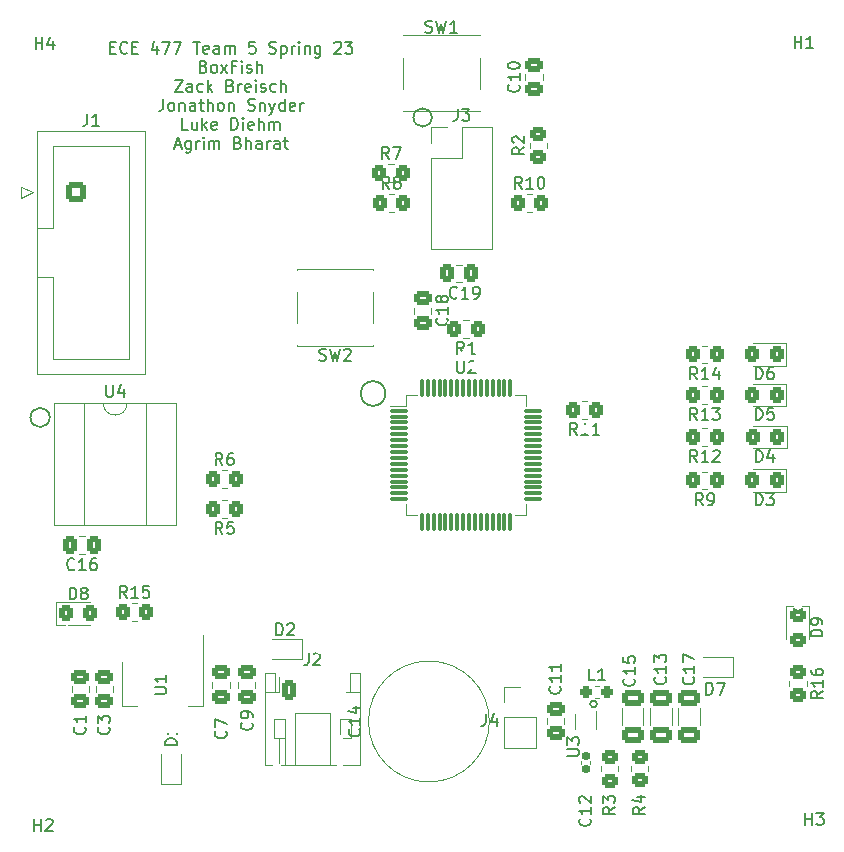
<source format=gbr>
G04 #@! TF.GenerationSoftware,KiCad,Pcbnew,(6.0.4)*
G04 #@! TF.CreationDate,2023-03-06T11:11:44-05:00*
G04 #@! TF.ProjectId,LED_Module,4c45445f-4d6f-4647-956c-652e6b696361,rev?*
G04 #@! TF.SameCoordinates,Original*
G04 #@! TF.FileFunction,Legend,Top*
G04 #@! TF.FilePolarity,Positive*
%FSLAX46Y46*%
G04 Gerber Fmt 4.6, Leading zero omitted, Abs format (unit mm)*
G04 Created by KiCad (PCBNEW (6.0.4)) date 2023-03-06 11:11:44*
%MOMM*%
%LPD*%
G01*
G04 APERTURE LIST*
G04 Aperture macros list*
%AMRoundRect*
0 Rectangle with rounded corners*
0 $1 Rounding radius*
0 $2 $3 $4 $5 $6 $7 $8 $9 X,Y pos of 4 corners*
0 Add a 4 corners polygon primitive as box body*
4,1,4,$2,$3,$4,$5,$6,$7,$8,$9,$2,$3,0*
0 Add four circle primitives for the rounded corners*
1,1,$1+$1,$2,$3*
1,1,$1+$1,$4,$5*
1,1,$1+$1,$6,$7*
1,1,$1+$1,$8,$9*
0 Add four rect primitives between the rounded corners*
20,1,$1+$1,$2,$3,$4,$5,0*
20,1,$1+$1,$4,$5,$6,$7,0*
20,1,$1+$1,$6,$7,$8,$9,0*
20,1,$1+$1,$8,$9,$2,$3,0*%
G04 Aperture macros list end*
%ADD10C,0.150000*%
%ADD11C,0.120000*%
%ADD12RoundRect,0.250000X0.350000X0.450000X-0.350000X0.450000X-0.350000X-0.450000X0.350000X-0.450000X0*%
%ADD13R,0.340000X0.700000*%
%ADD14RoundRect,0.250000X0.450000X-0.350000X0.450000X0.350000X-0.450000X0.350000X-0.450000X-0.350000X0*%
%ADD15RoundRect,0.250000X-0.350000X-0.625000X0.350000X-0.625000X0.350000X0.625000X-0.350000X0.625000X0*%
%ADD16O,1.200000X1.750000*%
%ADD17RoundRect,0.250000X-0.650000X0.412500X-0.650000X-0.412500X0.650000X-0.412500X0.650000X0.412500X0*%
%ADD18RoundRect,0.250000X-0.325000X-0.450000X0.325000X-0.450000X0.325000X0.450000X-0.325000X0.450000X0*%
%ADD19R,1.600000X1.600000*%
%ADD20O,1.600000X1.600000*%
%ADD21R,1.700000X1.700000*%
%ADD22O,1.700000X1.700000*%
%ADD23RoundRect,0.250000X0.325000X0.450000X-0.325000X0.450000X-0.325000X-0.450000X0.325000X-0.450000X0*%
%ADD24C,3.200000*%
%ADD25C,3.200001*%
%ADD26RoundRect,0.250000X-0.600000X-0.600000X0.600000X-0.600000X0.600000X0.600000X-0.600000X0.600000X0*%
%ADD27C,1.700000*%
%ADD28RoundRect,0.250000X-0.475000X0.337500X-0.475000X-0.337500X0.475000X-0.337500X0.475000X0.337500X0*%
%ADD29R,1.550000X1.300000*%
%ADD30RoundRect,0.250000X-0.350000X-0.450000X0.350000X-0.450000X0.350000X0.450000X-0.350000X0.450000X0*%
%ADD31RoundRect,0.250000X-0.450000X0.350000X-0.450000X-0.350000X0.450000X-0.350000X0.450000X0.350000X0*%
%ADD32RoundRect,0.075000X-0.700000X-0.075000X0.700000X-0.075000X0.700000X0.075000X-0.700000X0.075000X0*%
%ADD33RoundRect,0.075000X-0.075000X-0.700000X0.075000X-0.700000X0.075000X0.700000X-0.075000X0.700000X0*%
%ADD34RoundRect,0.250000X0.337500X0.475000X-0.337500X0.475000X-0.337500X-0.475000X0.337500X-0.475000X0*%
%ADD35RoundRect,0.250000X-0.450000X0.325000X-0.450000X-0.325000X0.450000X-0.325000X0.450000X0.325000X0*%
%ADD36R,1.500000X2.000000*%
%ADD37R,3.800000X2.000000*%
%ADD38R,0.600000X0.450000*%
%ADD39RoundRect,0.155000X0.155000X-0.212500X0.155000X0.212500X-0.155000X0.212500X-0.155000X-0.212500X0*%
%ADD40C,1.600000*%
%ADD41R,0.450000X0.600000*%
%ADD42RoundRect,0.250000X0.475000X-0.337500X0.475000X0.337500X-0.475000X0.337500X-0.475000X-0.337500X0*%
%ADD43RoundRect,0.237500X-0.287500X-0.237500X0.287500X-0.237500X0.287500X0.237500X-0.287500X0.237500X0*%
%ADD44C,0.800000*%
G04 APERTURE END LIST*
D10*
X53264197Y-83820000D02*
G75*
G03*
X53264197Y-83820000I-813197J0D01*
G01*
X81692269Y-81788000D02*
G75*
G03*
X81692269Y-81788000I-1047269J0D01*
G01*
X85608511Y-58420000D02*
G75*
G03*
X85608511Y-58420000I-772511J0D01*
G01*
X99597981Y-108077000D02*
G75*
G03*
X99597981Y-108077000I-283981J0D01*
G01*
X58367304Y-52494771D02*
X58700638Y-52494771D01*
X58843495Y-53018580D02*
X58367304Y-53018580D01*
X58367304Y-52018580D01*
X58843495Y-52018580D01*
X59843495Y-52923342D02*
X59795876Y-52970961D01*
X59653019Y-53018580D01*
X59557780Y-53018580D01*
X59414923Y-52970961D01*
X59319685Y-52875723D01*
X59272066Y-52780485D01*
X59224447Y-52590009D01*
X59224447Y-52447152D01*
X59272066Y-52256676D01*
X59319685Y-52161438D01*
X59414923Y-52066200D01*
X59557780Y-52018580D01*
X59653019Y-52018580D01*
X59795876Y-52066200D01*
X59843495Y-52113819D01*
X60272066Y-52494771D02*
X60605400Y-52494771D01*
X60748257Y-53018580D02*
X60272066Y-53018580D01*
X60272066Y-52018580D01*
X60748257Y-52018580D01*
X62367304Y-52351914D02*
X62367304Y-53018580D01*
X62129209Y-51970961D02*
X61891114Y-52685247D01*
X62510161Y-52685247D01*
X62795876Y-52018580D02*
X63462542Y-52018580D01*
X63033971Y-53018580D01*
X63748257Y-52018580D02*
X64414923Y-52018580D01*
X63986352Y-53018580D01*
X65414923Y-52018580D02*
X65986352Y-52018580D01*
X65700638Y-53018580D02*
X65700638Y-52018580D01*
X66700638Y-52970961D02*
X66605400Y-53018580D01*
X66414923Y-53018580D01*
X66319685Y-52970961D01*
X66272066Y-52875723D01*
X66272066Y-52494771D01*
X66319685Y-52399533D01*
X66414923Y-52351914D01*
X66605400Y-52351914D01*
X66700638Y-52399533D01*
X66748257Y-52494771D01*
X66748257Y-52590009D01*
X66272066Y-52685247D01*
X67605400Y-53018580D02*
X67605400Y-52494771D01*
X67557780Y-52399533D01*
X67462542Y-52351914D01*
X67272066Y-52351914D01*
X67176828Y-52399533D01*
X67605400Y-52970961D02*
X67510161Y-53018580D01*
X67272066Y-53018580D01*
X67176828Y-52970961D01*
X67129209Y-52875723D01*
X67129209Y-52780485D01*
X67176828Y-52685247D01*
X67272066Y-52637628D01*
X67510161Y-52637628D01*
X67605400Y-52590009D01*
X68081590Y-53018580D02*
X68081590Y-52351914D01*
X68081590Y-52447152D02*
X68129209Y-52399533D01*
X68224447Y-52351914D01*
X68367304Y-52351914D01*
X68462542Y-52399533D01*
X68510161Y-52494771D01*
X68510161Y-53018580D01*
X68510161Y-52494771D02*
X68557780Y-52399533D01*
X68653019Y-52351914D01*
X68795876Y-52351914D01*
X68891114Y-52399533D01*
X68938733Y-52494771D01*
X68938733Y-53018580D01*
X70653019Y-52018580D02*
X70176828Y-52018580D01*
X70129209Y-52494771D01*
X70176828Y-52447152D01*
X70272066Y-52399533D01*
X70510161Y-52399533D01*
X70605400Y-52447152D01*
X70653019Y-52494771D01*
X70700638Y-52590009D01*
X70700638Y-52828104D01*
X70653019Y-52923342D01*
X70605400Y-52970961D01*
X70510161Y-53018580D01*
X70272066Y-53018580D01*
X70176828Y-52970961D01*
X70129209Y-52923342D01*
X71843495Y-52970961D02*
X71986352Y-53018580D01*
X72224447Y-53018580D01*
X72319685Y-52970961D01*
X72367304Y-52923342D01*
X72414923Y-52828104D01*
X72414923Y-52732866D01*
X72367304Y-52637628D01*
X72319685Y-52590009D01*
X72224447Y-52542390D01*
X72033971Y-52494771D01*
X71938733Y-52447152D01*
X71891114Y-52399533D01*
X71843495Y-52304295D01*
X71843495Y-52209057D01*
X71891114Y-52113819D01*
X71938733Y-52066200D01*
X72033971Y-52018580D01*
X72272066Y-52018580D01*
X72414923Y-52066200D01*
X72843495Y-52351914D02*
X72843495Y-53351914D01*
X72843495Y-52399533D02*
X72938733Y-52351914D01*
X73129209Y-52351914D01*
X73224447Y-52399533D01*
X73272066Y-52447152D01*
X73319685Y-52542390D01*
X73319685Y-52828104D01*
X73272066Y-52923342D01*
X73224447Y-52970961D01*
X73129209Y-53018580D01*
X72938733Y-53018580D01*
X72843495Y-52970961D01*
X73748257Y-53018580D02*
X73748257Y-52351914D01*
X73748257Y-52542390D02*
X73795876Y-52447152D01*
X73843495Y-52399533D01*
X73938733Y-52351914D01*
X74033971Y-52351914D01*
X74367304Y-53018580D02*
X74367304Y-52351914D01*
X74367304Y-52018580D02*
X74319685Y-52066200D01*
X74367304Y-52113819D01*
X74414923Y-52066200D01*
X74367304Y-52018580D01*
X74367304Y-52113819D01*
X74843495Y-52351914D02*
X74843495Y-53018580D01*
X74843495Y-52447152D02*
X74891114Y-52399533D01*
X74986352Y-52351914D01*
X75129209Y-52351914D01*
X75224447Y-52399533D01*
X75272066Y-52494771D01*
X75272066Y-53018580D01*
X76176828Y-52351914D02*
X76176828Y-53161438D01*
X76129209Y-53256676D01*
X76081590Y-53304295D01*
X75986352Y-53351914D01*
X75843495Y-53351914D01*
X75748257Y-53304295D01*
X76176828Y-52970961D02*
X76081590Y-53018580D01*
X75891114Y-53018580D01*
X75795876Y-52970961D01*
X75748257Y-52923342D01*
X75700638Y-52828104D01*
X75700638Y-52542390D01*
X75748257Y-52447152D01*
X75795876Y-52399533D01*
X75891114Y-52351914D01*
X76081590Y-52351914D01*
X76176828Y-52399533D01*
X77367304Y-52113819D02*
X77414923Y-52066200D01*
X77510161Y-52018580D01*
X77748257Y-52018580D01*
X77843495Y-52066200D01*
X77891114Y-52113819D01*
X77938733Y-52209057D01*
X77938733Y-52304295D01*
X77891114Y-52447152D01*
X77319685Y-53018580D01*
X77938733Y-53018580D01*
X78272066Y-52018580D02*
X78891114Y-52018580D01*
X78557780Y-52399533D01*
X78700638Y-52399533D01*
X78795876Y-52447152D01*
X78843495Y-52494771D01*
X78891114Y-52590009D01*
X78891114Y-52828104D01*
X78843495Y-52923342D01*
X78795876Y-52970961D01*
X78700638Y-53018580D01*
X78414923Y-53018580D01*
X78319685Y-52970961D01*
X78272066Y-52923342D01*
X66295876Y-54104771D02*
X66438733Y-54152390D01*
X66486352Y-54200009D01*
X66533971Y-54295247D01*
X66533971Y-54438104D01*
X66486352Y-54533342D01*
X66438733Y-54580961D01*
X66343495Y-54628580D01*
X65962542Y-54628580D01*
X65962542Y-53628580D01*
X66295876Y-53628580D01*
X66391114Y-53676200D01*
X66438733Y-53723819D01*
X66486352Y-53819057D01*
X66486352Y-53914295D01*
X66438733Y-54009533D01*
X66391114Y-54057152D01*
X66295876Y-54104771D01*
X65962542Y-54104771D01*
X67105400Y-54628580D02*
X67010161Y-54580961D01*
X66962542Y-54533342D01*
X66914923Y-54438104D01*
X66914923Y-54152390D01*
X66962542Y-54057152D01*
X67010161Y-54009533D01*
X67105400Y-53961914D01*
X67248257Y-53961914D01*
X67343495Y-54009533D01*
X67391114Y-54057152D01*
X67438733Y-54152390D01*
X67438733Y-54438104D01*
X67391114Y-54533342D01*
X67343495Y-54580961D01*
X67248257Y-54628580D01*
X67105400Y-54628580D01*
X67772066Y-54628580D02*
X68295876Y-53961914D01*
X67772066Y-53961914D02*
X68295876Y-54628580D01*
X69010161Y-54104771D02*
X68676828Y-54104771D01*
X68676828Y-54628580D02*
X68676828Y-53628580D01*
X69153019Y-53628580D01*
X69533971Y-54628580D02*
X69533971Y-53961914D01*
X69533971Y-53628580D02*
X69486352Y-53676200D01*
X69533971Y-53723819D01*
X69581590Y-53676200D01*
X69533971Y-53628580D01*
X69533971Y-53723819D01*
X69962542Y-54580961D02*
X70057780Y-54628580D01*
X70248257Y-54628580D01*
X70343495Y-54580961D01*
X70391114Y-54485723D01*
X70391114Y-54438104D01*
X70343495Y-54342866D01*
X70248257Y-54295247D01*
X70105400Y-54295247D01*
X70010161Y-54247628D01*
X69962542Y-54152390D01*
X69962542Y-54104771D01*
X70010161Y-54009533D01*
X70105400Y-53961914D01*
X70248257Y-53961914D01*
X70343495Y-54009533D01*
X70819685Y-54628580D02*
X70819685Y-53628580D01*
X71248257Y-54628580D02*
X71248257Y-54104771D01*
X71200638Y-54009533D01*
X71105400Y-53961914D01*
X70962542Y-53961914D01*
X70867304Y-54009533D01*
X70819685Y-54057152D01*
X63843495Y-55238580D02*
X64510161Y-55238580D01*
X63843495Y-56238580D01*
X64510161Y-56238580D01*
X65319685Y-56238580D02*
X65319685Y-55714771D01*
X65272066Y-55619533D01*
X65176828Y-55571914D01*
X64986352Y-55571914D01*
X64891114Y-55619533D01*
X65319685Y-56190961D02*
X65224447Y-56238580D01*
X64986352Y-56238580D01*
X64891114Y-56190961D01*
X64843495Y-56095723D01*
X64843495Y-56000485D01*
X64891114Y-55905247D01*
X64986352Y-55857628D01*
X65224447Y-55857628D01*
X65319685Y-55810009D01*
X66224447Y-56190961D02*
X66129209Y-56238580D01*
X65938733Y-56238580D01*
X65843495Y-56190961D01*
X65795876Y-56143342D01*
X65748257Y-56048104D01*
X65748257Y-55762390D01*
X65795876Y-55667152D01*
X65843495Y-55619533D01*
X65938733Y-55571914D01*
X66129209Y-55571914D01*
X66224447Y-55619533D01*
X66653019Y-56238580D02*
X66653019Y-55238580D01*
X66748257Y-55857628D02*
X67033971Y-56238580D01*
X67033971Y-55571914D02*
X66653019Y-55952866D01*
X68557780Y-55714771D02*
X68700638Y-55762390D01*
X68748257Y-55810009D01*
X68795876Y-55905247D01*
X68795876Y-56048104D01*
X68748257Y-56143342D01*
X68700638Y-56190961D01*
X68605400Y-56238580D01*
X68224447Y-56238580D01*
X68224447Y-55238580D01*
X68557780Y-55238580D01*
X68653019Y-55286200D01*
X68700638Y-55333819D01*
X68748257Y-55429057D01*
X68748257Y-55524295D01*
X68700638Y-55619533D01*
X68653019Y-55667152D01*
X68557780Y-55714771D01*
X68224447Y-55714771D01*
X69224447Y-56238580D02*
X69224447Y-55571914D01*
X69224447Y-55762390D02*
X69272066Y-55667152D01*
X69319685Y-55619533D01*
X69414923Y-55571914D01*
X69510161Y-55571914D01*
X70224447Y-56190961D02*
X70129209Y-56238580D01*
X69938733Y-56238580D01*
X69843495Y-56190961D01*
X69795876Y-56095723D01*
X69795876Y-55714771D01*
X69843495Y-55619533D01*
X69938733Y-55571914D01*
X70129209Y-55571914D01*
X70224447Y-55619533D01*
X70272066Y-55714771D01*
X70272066Y-55810009D01*
X69795876Y-55905247D01*
X70700638Y-56238580D02*
X70700638Y-55571914D01*
X70700638Y-55238580D02*
X70653019Y-55286200D01*
X70700638Y-55333819D01*
X70748257Y-55286200D01*
X70700638Y-55238580D01*
X70700638Y-55333819D01*
X71129209Y-56190961D02*
X71224447Y-56238580D01*
X71414923Y-56238580D01*
X71510161Y-56190961D01*
X71557780Y-56095723D01*
X71557780Y-56048104D01*
X71510161Y-55952866D01*
X71414923Y-55905247D01*
X71272066Y-55905247D01*
X71176828Y-55857628D01*
X71129209Y-55762390D01*
X71129209Y-55714771D01*
X71176828Y-55619533D01*
X71272066Y-55571914D01*
X71414923Y-55571914D01*
X71510161Y-55619533D01*
X72414923Y-56190961D02*
X72319685Y-56238580D01*
X72129209Y-56238580D01*
X72033971Y-56190961D01*
X71986352Y-56143342D01*
X71938733Y-56048104D01*
X71938733Y-55762390D01*
X71986352Y-55667152D01*
X72033971Y-55619533D01*
X72129209Y-55571914D01*
X72319685Y-55571914D01*
X72414923Y-55619533D01*
X72843495Y-56238580D02*
X72843495Y-55238580D01*
X73272066Y-56238580D02*
X73272066Y-55714771D01*
X73224447Y-55619533D01*
X73129209Y-55571914D01*
X72986352Y-55571914D01*
X72891114Y-55619533D01*
X72843495Y-55667152D01*
X62867304Y-56848580D02*
X62867304Y-57562866D01*
X62819685Y-57705723D01*
X62724447Y-57800961D01*
X62581590Y-57848580D01*
X62486352Y-57848580D01*
X63486352Y-57848580D02*
X63391114Y-57800961D01*
X63343495Y-57753342D01*
X63295876Y-57658104D01*
X63295876Y-57372390D01*
X63343495Y-57277152D01*
X63391114Y-57229533D01*
X63486352Y-57181914D01*
X63629209Y-57181914D01*
X63724447Y-57229533D01*
X63772066Y-57277152D01*
X63819685Y-57372390D01*
X63819685Y-57658104D01*
X63772066Y-57753342D01*
X63724447Y-57800961D01*
X63629209Y-57848580D01*
X63486352Y-57848580D01*
X64248257Y-57181914D02*
X64248257Y-57848580D01*
X64248257Y-57277152D02*
X64295876Y-57229533D01*
X64391114Y-57181914D01*
X64533971Y-57181914D01*
X64629209Y-57229533D01*
X64676828Y-57324771D01*
X64676828Y-57848580D01*
X65581590Y-57848580D02*
X65581590Y-57324771D01*
X65533971Y-57229533D01*
X65438733Y-57181914D01*
X65248257Y-57181914D01*
X65153019Y-57229533D01*
X65581590Y-57800961D02*
X65486352Y-57848580D01*
X65248257Y-57848580D01*
X65153019Y-57800961D01*
X65105400Y-57705723D01*
X65105400Y-57610485D01*
X65153019Y-57515247D01*
X65248257Y-57467628D01*
X65486352Y-57467628D01*
X65581590Y-57420009D01*
X65914923Y-57181914D02*
X66295876Y-57181914D01*
X66057780Y-56848580D02*
X66057780Y-57705723D01*
X66105400Y-57800961D01*
X66200638Y-57848580D01*
X66295876Y-57848580D01*
X66629209Y-57848580D02*
X66629209Y-56848580D01*
X67057780Y-57848580D02*
X67057780Y-57324771D01*
X67010161Y-57229533D01*
X66914923Y-57181914D01*
X66772066Y-57181914D01*
X66676828Y-57229533D01*
X66629209Y-57277152D01*
X67676828Y-57848580D02*
X67581590Y-57800961D01*
X67533971Y-57753342D01*
X67486352Y-57658104D01*
X67486352Y-57372390D01*
X67533971Y-57277152D01*
X67581590Y-57229533D01*
X67676828Y-57181914D01*
X67819685Y-57181914D01*
X67914923Y-57229533D01*
X67962542Y-57277152D01*
X68010161Y-57372390D01*
X68010161Y-57658104D01*
X67962542Y-57753342D01*
X67914923Y-57800961D01*
X67819685Y-57848580D01*
X67676828Y-57848580D01*
X68438733Y-57181914D02*
X68438733Y-57848580D01*
X68438733Y-57277152D02*
X68486352Y-57229533D01*
X68581590Y-57181914D01*
X68724447Y-57181914D01*
X68819685Y-57229533D01*
X68867304Y-57324771D01*
X68867304Y-57848580D01*
X70057780Y-57800961D02*
X70200638Y-57848580D01*
X70438733Y-57848580D01*
X70533971Y-57800961D01*
X70581590Y-57753342D01*
X70629209Y-57658104D01*
X70629209Y-57562866D01*
X70581590Y-57467628D01*
X70533971Y-57420009D01*
X70438733Y-57372390D01*
X70248257Y-57324771D01*
X70153019Y-57277152D01*
X70105400Y-57229533D01*
X70057780Y-57134295D01*
X70057780Y-57039057D01*
X70105400Y-56943819D01*
X70153019Y-56896200D01*
X70248257Y-56848580D01*
X70486352Y-56848580D01*
X70629209Y-56896200D01*
X71057780Y-57181914D02*
X71057780Y-57848580D01*
X71057780Y-57277152D02*
X71105400Y-57229533D01*
X71200638Y-57181914D01*
X71343495Y-57181914D01*
X71438733Y-57229533D01*
X71486352Y-57324771D01*
X71486352Y-57848580D01*
X71867304Y-57181914D02*
X72105400Y-57848580D01*
X72343495Y-57181914D02*
X72105400Y-57848580D01*
X72010161Y-58086676D01*
X71962542Y-58134295D01*
X71867304Y-58181914D01*
X73153019Y-57848580D02*
X73153019Y-56848580D01*
X73153019Y-57800961D02*
X73057780Y-57848580D01*
X72867304Y-57848580D01*
X72772066Y-57800961D01*
X72724447Y-57753342D01*
X72676828Y-57658104D01*
X72676828Y-57372390D01*
X72724447Y-57277152D01*
X72772066Y-57229533D01*
X72867304Y-57181914D01*
X73057780Y-57181914D01*
X73153019Y-57229533D01*
X74010161Y-57800961D02*
X73914923Y-57848580D01*
X73724447Y-57848580D01*
X73629209Y-57800961D01*
X73581590Y-57705723D01*
X73581590Y-57324771D01*
X73629209Y-57229533D01*
X73724447Y-57181914D01*
X73914923Y-57181914D01*
X74010161Y-57229533D01*
X74057780Y-57324771D01*
X74057780Y-57420009D01*
X73581590Y-57515247D01*
X74486352Y-57848580D02*
X74486352Y-57181914D01*
X74486352Y-57372390D02*
X74533971Y-57277152D01*
X74581590Y-57229533D01*
X74676828Y-57181914D01*
X74772066Y-57181914D01*
X64962542Y-59458580D02*
X64486352Y-59458580D01*
X64486352Y-58458580D01*
X65724447Y-58791914D02*
X65724447Y-59458580D01*
X65295876Y-58791914D02*
X65295876Y-59315723D01*
X65343495Y-59410961D01*
X65438733Y-59458580D01*
X65581590Y-59458580D01*
X65676828Y-59410961D01*
X65724447Y-59363342D01*
X66200638Y-59458580D02*
X66200638Y-58458580D01*
X66295876Y-59077628D02*
X66581590Y-59458580D01*
X66581590Y-58791914D02*
X66200638Y-59172866D01*
X67391114Y-59410961D02*
X67295876Y-59458580D01*
X67105400Y-59458580D01*
X67010161Y-59410961D01*
X66962542Y-59315723D01*
X66962542Y-58934771D01*
X67010161Y-58839533D01*
X67105400Y-58791914D01*
X67295876Y-58791914D01*
X67391114Y-58839533D01*
X67438733Y-58934771D01*
X67438733Y-59030009D01*
X66962542Y-59125247D01*
X68629209Y-59458580D02*
X68629209Y-58458580D01*
X68867304Y-58458580D01*
X69010161Y-58506200D01*
X69105400Y-58601438D01*
X69153019Y-58696676D01*
X69200638Y-58887152D01*
X69200638Y-59030009D01*
X69153019Y-59220485D01*
X69105400Y-59315723D01*
X69010161Y-59410961D01*
X68867304Y-59458580D01*
X68629209Y-59458580D01*
X69629209Y-59458580D02*
X69629209Y-58791914D01*
X69629209Y-58458580D02*
X69581590Y-58506200D01*
X69629209Y-58553819D01*
X69676828Y-58506200D01*
X69629209Y-58458580D01*
X69629209Y-58553819D01*
X70486352Y-59410961D02*
X70391114Y-59458580D01*
X70200638Y-59458580D01*
X70105400Y-59410961D01*
X70057780Y-59315723D01*
X70057780Y-58934771D01*
X70105400Y-58839533D01*
X70200638Y-58791914D01*
X70391114Y-58791914D01*
X70486352Y-58839533D01*
X70533971Y-58934771D01*
X70533971Y-59030009D01*
X70057780Y-59125247D01*
X70962542Y-59458580D02*
X70962542Y-58458580D01*
X71391114Y-59458580D02*
X71391114Y-58934771D01*
X71343495Y-58839533D01*
X71248257Y-58791914D01*
X71105400Y-58791914D01*
X71010161Y-58839533D01*
X70962542Y-58887152D01*
X71867304Y-59458580D02*
X71867304Y-58791914D01*
X71867304Y-58887152D02*
X71914923Y-58839533D01*
X72010161Y-58791914D01*
X72153019Y-58791914D01*
X72248257Y-58839533D01*
X72295876Y-58934771D01*
X72295876Y-59458580D01*
X72295876Y-58934771D02*
X72343495Y-58839533D01*
X72438733Y-58791914D01*
X72581590Y-58791914D01*
X72676828Y-58839533D01*
X72724447Y-58934771D01*
X72724447Y-59458580D01*
X63867304Y-60782866D02*
X64343495Y-60782866D01*
X63772066Y-61068580D02*
X64105399Y-60068580D01*
X64438733Y-61068580D01*
X65200638Y-60401914D02*
X65200638Y-61211438D01*
X65153019Y-61306676D01*
X65105399Y-61354295D01*
X65010161Y-61401914D01*
X64867304Y-61401914D01*
X64772066Y-61354295D01*
X65200638Y-61020961D02*
X65105399Y-61068580D01*
X64914923Y-61068580D01*
X64819685Y-61020961D01*
X64772066Y-60973342D01*
X64724447Y-60878104D01*
X64724447Y-60592390D01*
X64772066Y-60497152D01*
X64819685Y-60449533D01*
X64914923Y-60401914D01*
X65105399Y-60401914D01*
X65200638Y-60449533D01*
X65676828Y-61068580D02*
X65676828Y-60401914D01*
X65676828Y-60592390D02*
X65724447Y-60497152D01*
X65772066Y-60449533D01*
X65867304Y-60401914D01*
X65962542Y-60401914D01*
X66295876Y-61068580D02*
X66295876Y-60401914D01*
X66295876Y-60068580D02*
X66248257Y-60116200D01*
X66295876Y-60163819D01*
X66343495Y-60116200D01*
X66295876Y-60068580D01*
X66295876Y-60163819D01*
X66772066Y-61068580D02*
X66772066Y-60401914D01*
X66772066Y-60497152D02*
X66819685Y-60449533D01*
X66914923Y-60401914D01*
X67057780Y-60401914D01*
X67153019Y-60449533D01*
X67200638Y-60544771D01*
X67200638Y-61068580D01*
X67200638Y-60544771D02*
X67248257Y-60449533D01*
X67343495Y-60401914D01*
X67486352Y-60401914D01*
X67581590Y-60449533D01*
X67629209Y-60544771D01*
X67629209Y-61068580D01*
X69200638Y-60544771D02*
X69343495Y-60592390D01*
X69391114Y-60640009D01*
X69438733Y-60735247D01*
X69438733Y-60878104D01*
X69391114Y-60973342D01*
X69343495Y-61020961D01*
X69248257Y-61068580D01*
X68867304Y-61068580D01*
X68867304Y-60068580D01*
X69200638Y-60068580D01*
X69295876Y-60116200D01*
X69343495Y-60163819D01*
X69391114Y-60259057D01*
X69391114Y-60354295D01*
X69343495Y-60449533D01*
X69295876Y-60497152D01*
X69200638Y-60544771D01*
X68867304Y-60544771D01*
X69867304Y-61068580D02*
X69867304Y-60068580D01*
X70295876Y-61068580D02*
X70295876Y-60544771D01*
X70248257Y-60449533D01*
X70153019Y-60401914D01*
X70010161Y-60401914D01*
X69914923Y-60449533D01*
X69867304Y-60497152D01*
X71200638Y-61068580D02*
X71200638Y-60544771D01*
X71153019Y-60449533D01*
X71057780Y-60401914D01*
X70867304Y-60401914D01*
X70772066Y-60449533D01*
X71200638Y-61020961D02*
X71105400Y-61068580D01*
X70867304Y-61068580D01*
X70772066Y-61020961D01*
X70724447Y-60925723D01*
X70724447Y-60830485D01*
X70772066Y-60735247D01*
X70867304Y-60687628D01*
X71105400Y-60687628D01*
X71200638Y-60640009D01*
X71676828Y-61068580D02*
X71676828Y-60401914D01*
X71676828Y-60592390D02*
X71724447Y-60497152D01*
X71772066Y-60449533D01*
X71867304Y-60401914D01*
X71962542Y-60401914D01*
X72724447Y-61068580D02*
X72724447Y-60544771D01*
X72676828Y-60449533D01*
X72581590Y-60401914D01*
X72391114Y-60401914D01*
X72295876Y-60449533D01*
X72724447Y-61020961D02*
X72629209Y-61068580D01*
X72391114Y-61068580D01*
X72295876Y-61020961D01*
X72248257Y-60925723D01*
X72248257Y-60830485D01*
X72295876Y-60735247D01*
X72391114Y-60687628D01*
X72629209Y-60687628D01*
X72724447Y-60640009D01*
X73057780Y-60401914D02*
X73438733Y-60401914D01*
X73200638Y-60068580D02*
X73200638Y-60925723D01*
X73248257Y-61020961D01*
X73343495Y-61068580D01*
X73438733Y-61068580D01*
G04 #@! TO.C,R14*
X108085142Y-80588380D02*
X107751809Y-80112190D01*
X107513714Y-80588380D02*
X107513714Y-79588380D01*
X107894666Y-79588380D01*
X107989904Y-79636000D01*
X108037523Y-79683619D01*
X108085142Y-79778857D01*
X108085142Y-79921714D01*
X108037523Y-80016952D01*
X107989904Y-80064571D01*
X107894666Y-80112190D01*
X107513714Y-80112190D01*
X109037523Y-80588380D02*
X108466095Y-80588380D01*
X108751809Y-80588380D02*
X108751809Y-79588380D01*
X108656571Y-79731238D01*
X108561333Y-79826476D01*
X108466095Y-79874095D01*
X109894666Y-79921714D02*
X109894666Y-80588380D01*
X109656571Y-79540761D02*
X109418476Y-80255047D01*
X110037523Y-80255047D01*
G04 #@! TO.C,U3*
X97064580Y-112471104D02*
X97874104Y-112471104D01*
X97969342Y-112423485D01*
X98016961Y-112375866D01*
X98064580Y-112280628D01*
X98064580Y-112090152D01*
X98016961Y-111994914D01*
X97969342Y-111947295D01*
X97874104Y-111899676D01*
X97064580Y-111899676D01*
X97064580Y-111518723D02*
X97064580Y-110899676D01*
X97445533Y-111233009D01*
X97445533Y-111090152D01*
X97493152Y-110994914D01*
X97540771Y-110947295D01*
X97636009Y-110899676D01*
X97874104Y-110899676D01*
X97969342Y-110947295D01*
X98016961Y-110994914D01*
X98064580Y-111090152D01*
X98064580Y-111375866D01*
X98016961Y-111471104D01*
X97969342Y-111518723D01*
G04 #@! TO.C,R3*
X101112580Y-116799566D02*
X100636390Y-117132900D01*
X101112580Y-117370995D02*
X100112580Y-117370995D01*
X100112580Y-116990042D01*
X100160200Y-116894804D01*
X100207819Y-116847185D01*
X100303057Y-116799566D01*
X100445914Y-116799566D01*
X100541152Y-116847185D01*
X100588771Y-116894804D01*
X100636390Y-116990042D01*
X100636390Y-117370995D01*
X100112580Y-116466233D02*
X100112580Y-115847185D01*
X100493533Y-116180519D01*
X100493533Y-116037661D01*
X100541152Y-115942423D01*
X100588771Y-115894804D01*
X100684009Y-115847185D01*
X100922104Y-115847185D01*
X101017342Y-115894804D01*
X101064961Y-115942423D01*
X101112580Y-116037661D01*
X101112580Y-116323376D01*
X101064961Y-116418614D01*
X101017342Y-116466233D01*
G04 #@! TO.C,J2*
X75179466Y-103786380D02*
X75179466Y-104500666D01*
X75131847Y-104643523D01*
X75036609Y-104738761D01*
X74893752Y-104786380D01*
X74798514Y-104786380D01*
X75608038Y-103881619D02*
X75655657Y-103834000D01*
X75750895Y-103786380D01*
X75988990Y-103786380D01*
X76084228Y-103834000D01*
X76131847Y-103881619D01*
X76179466Y-103976857D01*
X76179466Y-104072095D01*
X76131847Y-104214952D01*
X75560419Y-104786380D01*
X76179466Y-104786380D01*
G04 #@! TO.C,R2*
X93438880Y-60948666D02*
X92962690Y-61282000D01*
X93438880Y-61520095D02*
X92438880Y-61520095D01*
X92438880Y-61139142D01*
X92486500Y-61043904D01*
X92534119Y-60996285D01*
X92629357Y-60948666D01*
X92772214Y-60948666D01*
X92867452Y-60996285D01*
X92915071Y-61043904D01*
X92962690Y-61139142D01*
X92962690Y-61520095D01*
X92534119Y-60567714D02*
X92486500Y-60520095D01*
X92438880Y-60424857D01*
X92438880Y-60186761D01*
X92486500Y-60091523D01*
X92534119Y-60043904D01*
X92629357Y-59996285D01*
X92724595Y-59996285D01*
X92867452Y-60043904D01*
X93438880Y-60615333D01*
X93438880Y-59996285D01*
G04 #@! TO.C,C15*
X102719142Y-105925857D02*
X102766761Y-105973476D01*
X102814380Y-106116333D01*
X102814380Y-106211571D01*
X102766761Y-106354428D01*
X102671523Y-106449666D01*
X102576285Y-106497285D01*
X102385809Y-106544904D01*
X102242952Y-106544904D01*
X102052476Y-106497285D01*
X101957238Y-106449666D01*
X101862000Y-106354428D01*
X101814380Y-106211571D01*
X101814380Y-106116333D01*
X101862000Y-105973476D01*
X101909619Y-105925857D01*
X102814380Y-104973476D02*
X102814380Y-105544904D01*
X102814380Y-105259190D02*
X101814380Y-105259190D01*
X101957238Y-105354428D01*
X102052476Y-105449666D01*
X102100095Y-105544904D01*
X101814380Y-104068714D02*
X101814380Y-104544904D01*
X102290571Y-104592523D01*
X102242952Y-104544904D01*
X102195333Y-104449666D01*
X102195333Y-104211571D01*
X102242952Y-104116333D01*
X102290571Y-104068714D01*
X102385809Y-104021095D01*
X102623904Y-104021095D01*
X102719142Y-104068714D01*
X102766761Y-104116333D01*
X102814380Y-104211571D01*
X102814380Y-104449666D01*
X102766761Y-104544904D01*
X102719142Y-104592523D01*
G04 #@! TO.C,D8*
X54948704Y-99217380D02*
X54948704Y-98217380D01*
X55186800Y-98217380D01*
X55329657Y-98265000D01*
X55424895Y-98360238D01*
X55472514Y-98455476D01*
X55520133Y-98645952D01*
X55520133Y-98788809D01*
X55472514Y-98979285D01*
X55424895Y-99074523D01*
X55329657Y-99169761D01*
X55186800Y-99217380D01*
X54948704Y-99217380D01*
X56091561Y-98645952D02*
X55996323Y-98598333D01*
X55948704Y-98550714D01*
X55901085Y-98455476D01*
X55901085Y-98407857D01*
X55948704Y-98312619D01*
X55996323Y-98265000D01*
X56091561Y-98217380D01*
X56282038Y-98217380D01*
X56377276Y-98265000D01*
X56424895Y-98312619D01*
X56472514Y-98407857D01*
X56472514Y-98455476D01*
X56424895Y-98550714D01*
X56377276Y-98598333D01*
X56282038Y-98645952D01*
X56091561Y-98645952D01*
X55996323Y-98693571D01*
X55948704Y-98741190D01*
X55901085Y-98836428D01*
X55901085Y-99026904D01*
X55948704Y-99122142D01*
X55996323Y-99169761D01*
X56091561Y-99217380D01*
X56282038Y-99217380D01*
X56377276Y-99169761D01*
X56424895Y-99122142D01*
X56472514Y-99026904D01*
X56472514Y-98836428D01*
X56424895Y-98741190D01*
X56377276Y-98693571D01*
X56282038Y-98645952D01*
G04 #@! TO.C,U4*
X58039095Y-81069380D02*
X58039095Y-81878904D01*
X58086714Y-81974142D01*
X58134333Y-82021761D01*
X58229571Y-82069380D01*
X58420047Y-82069380D01*
X58515285Y-82021761D01*
X58562904Y-81974142D01*
X58610523Y-81878904D01*
X58610523Y-81069380D01*
X59515285Y-81402714D02*
X59515285Y-82069380D01*
X59277190Y-81021761D02*
X59039095Y-81736047D01*
X59658142Y-81736047D01*
G04 #@! TO.C,J4*
X90196166Y-108904880D02*
X90196166Y-109619166D01*
X90148547Y-109762023D01*
X90053309Y-109857261D01*
X89910452Y-109904880D01*
X89815214Y-109904880D01*
X91100928Y-109238214D02*
X91100928Y-109904880D01*
X90862833Y-108857261D02*
X90624738Y-109571547D01*
X91243785Y-109571547D01*
G04 #@! TO.C,D5*
X113044904Y-84017380D02*
X113044904Y-83017380D01*
X113283000Y-83017380D01*
X113425857Y-83065000D01*
X113521095Y-83160238D01*
X113568714Y-83255476D01*
X113616333Y-83445952D01*
X113616333Y-83588809D01*
X113568714Y-83779285D01*
X113521095Y-83874523D01*
X113425857Y-83969761D01*
X113283000Y-84017380D01*
X113044904Y-84017380D01*
X114521095Y-83017380D02*
X114044904Y-83017380D01*
X113997285Y-83493571D01*
X114044904Y-83445952D01*
X114140142Y-83398333D01*
X114378238Y-83398333D01*
X114473476Y-83445952D01*
X114521095Y-83493571D01*
X114568714Y-83588809D01*
X114568714Y-83826904D01*
X114521095Y-83922142D01*
X114473476Y-83969761D01*
X114378238Y-84017380D01*
X114140142Y-84017380D01*
X114044904Y-83969761D01*
X113997285Y-83922142D01*
G04 #@! TO.C,D3*
X113044904Y-91256380D02*
X113044904Y-90256380D01*
X113283000Y-90256380D01*
X113425857Y-90304000D01*
X113521095Y-90399238D01*
X113568714Y-90494476D01*
X113616333Y-90684952D01*
X113616333Y-90827809D01*
X113568714Y-91018285D01*
X113521095Y-91113523D01*
X113425857Y-91208761D01*
X113283000Y-91256380D01*
X113044904Y-91256380D01*
X113949666Y-90256380D02*
X114568714Y-90256380D01*
X114235380Y-90637333D01*
X114378238Y-90637333D01*
X114473476Y-90684952D01*
X114521095Y-90732571D01*
X114568714Y-90827809D01*
X114568714Y-91065904D01*
X114521095Y-91161142D01*
X114473476Y-91208761D01*
X114378238Y-91256380D01*
X114092523Y-91256380D01*
X113997285Y-91208761D01*
X113949666Y-91161142D01*
G04 #@! TO.C,H2*
X51943095Y-118816380D02*
X51943095Y-117816380D01*
X51943095Y-118292571D02*
X52514523Y-118292571D01*
X52514523Y-118816380D02*
X52514523Y-117816380D01*
X52943095Y-117911619D02*
X52990714Y-117864000D01*
X53085952Y-117816380D01*
X53324047Y-117816380D01*
X53419285Y-117864000D01*
X53466904Y-117911619D01*
X53514523Y-118006857D01*
X53514523Y-118102095D01*
X53466904Y-118244952D01*
X52895476Y-118816380D01*
X53514523Y-118816380D01*
G04 #@! TO.C,R13*
X108085142Y-84017380D02*
X107751809Y-83541190D01*
X107513714Y-84017380D02*
X107513714Y-83017380D01*
X107894666Y-83017380D01*
X107989904Y-83065000D01*
X108037523Y-83112619D01*
X108085142Y-83207857D01*
X108085142Y-83350714D01*
X108037523Y-83445952D01*
X107989904Y-83493571D01*
X107894666Y-83541190D01*
X107513714Y-83541190D01*
X109037523Y-84017380D02*
X108466095Y-84017380D01*
X108751809Y-84017380D02*
X108751809Y-83017380D01*
X108656571Y-83160238D01*
X108561333Y-83255476D01*
X108466095Y-83303095D01*
X109370857Y-83017380D02*
X109989904Y-83017380D01*
X109656571Y-83398333D01*
X109799428Y-83398333D01*
X109894666Y-83445952D01*
X109942285Y-83493571D01*
X109989904Y-83588809D01*
X109989904Y-83826904D01*
X109942285Y-83922142D01*
X109894666Y-83969761D01*
X109799428Y-84017380D01*
X109513714Y-84017380D01*
X109418476Y-83969761D01*
X109370857Y-83922142D01*
G04 #@! TO.C,R12*
X108085142Y-87573380D02*
X107751809Y-87097190D01*
X107513714Y-87573380D02*
X107513714Y-86573380D01*
X107894666Y-86573380D01*
X107989904Y-86621000D01*
X108037523Y-86668619D01*
X108085142Y-86763857D01*
X108085142Y-86906714D01*
X108037523Y-87001952D01*
X107989904Y-87049571D01*
X107894666Y-87097190D01*
X107513714Y-87097190D01*
X109037523Y-87573380D02*
X108466095Y-87573380D01*
X108751809Y-87573380D02*
X108751809Y-86573380D01*
X108656571Y-86716238D01*
X108561333Y-86811476D01*
X108466095Y-86859095D01*
X109418476Y-86668619D02*
X109466095Y-86621000D01*
X109561333Y-86573380D01*
X109799428Y-86573380D01*
X109894666Y-86621000D01*
X109942285Y-86668619D01*
X109989904Y-86763857D01*
X109989904Y-86859095D01*
X109942285Y-87001952D01*
X109370857Y-87573380D01*
X109989904Y-87573380D01*
G04 #@! TO.C,H1*
X116332095Y-52522380D02*
X116332095Y-51522380D01*
X116332095Y-51998571D02*
X116903523Y-51998571D01*
X116903523Y-52522380D02*
X116903523Y-51522380D01*
X117903523Y-52522380D02*
X117332095Y-52522380D01*
X117617809Y-52522380D02*
X117617809Y-51522380D01*
X117522571Y-51665238D01*
X117427333Y-51760476D01*
X117332095Y-51808095D01*
G04 #@! TO.C,J1*
X56435666Y-58122380D02*
X56435666Y-58836666D01*
X56388047Y-58979523D01*
X56292809Y-59074761D01*
X56149952Y-59122380D01*
X56054714Y-59122380D01*
X57435666Y-59122380D02*
X56864238Y-59122380D01*
X57149952Y-59122380D02*
X57149952Y-58122380D01*
X57054714Y-58265238D01*
X56959476Y-58360476D01*
X56864238Y-58408095D01*
G04 #@! TO.C,C11*
X96445342Y-106586257D02*
X96492961Y-106633876D01*
X96540580Y-106776733D01*
X96540580Y-106871971D01*
X96492961Y-107014828D01*
X96397723Y-107110066D01*
X96302485Y-107157685D01*
X96112009Y-107205304D01*
X95969152Y-107205304D01*
X95778676Y-107157685D01*
X95683438Y-107110066D01*
X95588200Y-107014828D01*
X95540580Y-106871971D01*
X95540580Y-106776733D01*
X95588200Y-106633876D01*
X95635819Y-106586257D01*
X96540580Y-105633876D02*
X96540580Y-106205304D01*
X96540580Y-105919590D02*
X95540580Y-105919590D01*
X95683438Y-106014828D01*
X95778676Y-106110066D01*
X95826295Y-106205304D01*
X96540580Y-104681495D02*
X96540580Y-105252923D01*
X96540580Y-104967209D02*
X95540580Y-104967209D01*
X95683438Y-105062447D01*
X95778676Y-105157685D01*
X95826295Y-105252923D01*
G04 #@! TO.C,C17*
X107748342Y-105798857D02*
X107795961Y-105846476D01*
X107843580Y-105989333D01*
X107843580Y-106084571D01*
X107795961Y-106227428D01*
X107700723Y-106322666D01*
X107605485Y-106370285D01*
X107415009Y-106417904D01*
X107272152Y-106417904D01*
X107081676Y-106370285D01*
X106986438Y-106322666D01*
X106891200Y-106227428D01*
X106843580Y-106084571D01*
X106843580Y-105989333D01*
X106891200Y-105846476D01*
X106938819Y-105798857D01*
X107843580Y-104846476D02*
X107843580Y-105417904D01*
X107843580Y-105132190D02*
X106843580Y-105132190D01*
X106986438Y-105227428D01*
X107081676Y-105322666D01*
X107129295Y-105417904D01*
X106843580Y-104513142D02*
X106843580Y-103846476D01*
X107843580Y-104275047D01*
G04 #@! TO.C,SW2*
X76098666Y-78957761D02*
X76241523Y-79005380D01*
X76479619Y-79005380D01*
X76574857Y-78957761D01*
X76622476Y-78910142D01*
X76670095Y-78814904D01*
X76670095Y-78719666D01*
X76622476Y-78624428D01*
X76574857Y-78576809D01*
X76479619Y-78529190D01*
X76289142Y-78481571D01*
X76193904Y-78433952D01*
X76146285Y-78386333D01*
X76098666Y-78291095D01*
X76098666Y-78195857D01*
X76146285Y-78100619D01*
X76193904Y-78053000D01*
X76289142Y-78005380D01*
X76527238Y-78005380D01*
X76670095Y-78053000D01*
X77003428Y-78005380D02*
X77241523Y-79005380D01*
X77432000Y-78291095D01*
X77622476Y-79005380D01*
X77860571Y-78005380D01*
X78193904Y-78100619D02*
X78241523Y-78053000D01*
X78336761Y-78005380D01*
X78574857Y-78005380D01*
X78670095Y-78053000D01*
X78717714Y-78100619D01*
X78765333Y-78195857D01*
X78765333Y-78291095D01*
X78717714Y-78433952D01*
X78146285Y-79005380D01*
X78765333Y-79005380D01*
G04 #@! TO.C,R10*
X93231142Y-64451380D02*
X92897809Y-63975190D01*
X92659714Y-64451380D02*
X92659714Y-63451380D01*
X93040666Y-63451380D01*
X93135904Y-63499000D01*
X93183523Y-63546619D01*
X93231142Y-63641857D01*
X93231142Y-63784714D01*
X93183523Y-63879952D01*
X93135904Y-63927571D01*
X93040666Y-63975190D01*
X92659714Y-63975190D01*
X94183523Y-64451380D02*
X93612095Y-64451380D01*
X93897809Y-64451380D02*
X93897809Y-63451380D01*
X93802571Y-63594238D01*
X93707333Y-63689476D01*
X93612095Y-63737095D01*
X94802571Y-63451380D02*
X94897809Y-63451380D01*
X94993047Y-63499000D01*
X95040666Y-63546619D01*
X95088285Y-63641857D01*
X95135904Y-63832333D01*
X95135904Y-64070428D01*
X95088285Y-64260904D01*
X95040666Y-64356142D01*
X94993047Y-64403761D01*
X94897809Y-64451380D01*
X94802571Y-64451380D01*
X94707333Y-64403761D01*
X94659714Y-64356142D01*
X94612095Y-64260904D01*
X94564476Y-64070428D01*
X94564476Y-63832333D01*
X94612095Y-63641857D01*
X94659714Y-63546619D01*
X94707333Y-63499000D01*
X94802571Y-63451380D01*
G04 #@! TO.C,R16*
X118733380Y-106996857D02*
X118257190Y-107330190D01*
X118733380Y-107568285D02*
X117733380Y-107568285D01*
X117733380Y-107187333D01*
X117781000Y-107092095D01*
X117828619Y-107044476D01*
X117923857Y-106996857D01*
X118066714Y-106996857D01*
X118161952Y-107044476D01*
X118209571Y-107092095D01*
X118257190Y-107187333D01*
X118257190Y-107568285D01*
X118733380Y-106044476D02*
X118733380Y-106615904D01*
X118733380Y-106330190D02*
X117733380Y-106330190D01*
X117876238Y-106425428D01*
X117971476Y-106520666D01*
X118019095Y-106615904D01*
X117733380Y-105187333D02*
X117733380Y-105377809D01*
X117781000Y-105473047D01*
X117828619Y-105520666D01*
X117971476Y-105615904D01*
X118161952Y-105663523D01*
X118542904Y-105663523D01*
X118638142Y-105615904D01*
X118685761Y-105568285D01*
X118733380Y-105473047D01*
X118733380Y-105282571D01*
X118685761Y-105187333D01*
X118638142Y-105139714D01*
X118542904Y-105092095D01*
X118304809Y-105092095D01*
X118209571Y-105139714D01*
X118161952Y-105187333D01*
X118114333Y-105282571D01*
X118114333Y-105473047D01*
X118161952Y-105568285D01*
X118209571Y-105615904D01*
X118304809Y-105663523D01*
G04 #@! TO.C,R4*
X103652580Y-116799566D02*
X103176390Y-117132900D01*
X103652580Y-117370995D02*
X102652580Y-117370995D01*
X102652580Y-116990042D01*
X102700200Y-116894804D01*
X102747819Y-116847185D01*
X102843057Y-116799566D01*
X102985914Y-116799566D01*
X103081152Y-116847185D01*
X103128771Y-116894804D01*
X103176390Y-116990042D01*
X103176390Y-117370995D01*
X102985914Y-115942423D02*
X103652580Y-115942423D01*
X102604961Y-116180519D02*
X103319247Y-116418614D01*
X103319247Y-115799566D01*
G04 #@! TO.C,U2*
X87757095Y-79047380D02*
X87757095Y-79856904D01*
X87804714Y-79952142D01*
X87852333Y-79999761D01*
X87947571Y-80047380D01*
X88138047Y-80047380D01*
X88233285Y-79999761D01*
X88280904Y-79952142D01*
X88328523Y-79856904D01*
X88328523Y-79047380D01*
X88757095Y-79142619D02*
X88804714Y-79095000D01*
X88899952Y-79047380D01*
X89138047Y-79047380D01*
X89233285Y-79095000D01*
X89280904Y-79142619D01*
X89328523Y-79237857D01*
X89328523Y-79333095D01*
X89280904Y-79475952D01*
X88709476Y-80047380D01*
X89328523Y-80047380D01*
G04 #@! TO.C,C19*
X87749142Y-73661542D02*
X87701523Y-73709161D01*
X87558666Y-73756780D01*
X87463428Y-73756780D01*
X87320571Y-73709161D01*
X87225333Y-73613923D01*
X87177714Y-73518685D01*
X87130095Y-73328209D01*
X87130095Y-73185352D01*
X87177714Y-72994876D01*
X87225333Y-72899638D01*
X87320571Y-72804400D01*
X87463428Y-72756780D01*
X87558666Y-72756780D01*
X87701523Y-72804400D01*
X87749142Y-72852019D01*
X88701523Y-73756780D02*
X88130095Y-73756780D01*
X88415809Y-73756780D02*
X88415809Y-72756780D01*
X88320571Y-72899638D01*
X88225333Y-72994876D01*
X88130095Y-73042495D01*
X89177714Y-73756780D02*
X89368190Y-73756780D01*
X89463428Y-73709161D01*
X89511047Y-73661542D01*
X89606285Y-73518685D01*
X89653904Y-73328209D01*
X89653904Y-72947257D01*
X89606285Y-72852019D01*
X89558666Y-72804400D01*
X89463428Y-72756780D01*
X89272952Y-72756780D01*
X89177714Y-72804400D01*
X89130095Y-72852019D01*
X89082476Y-72947257D01*
X89082476Y-73185352D01*
X89130095Y-73280590D01*
X89177714Y-73328209D01*
X89272952Y-73375828D01*
X89463428Y-73375828D01*
X89558666Y-73328209D01*
X89606285Y-73280590D01*
X89653904Y-73185352D01*
G04 #@! TO.C,C9*
X70359542Y-109666066D02*
X70407161Y-109713685D01*
X70454780Y-109856542D01*
X70454780Y-109951780D01*
X70407161Y-110094638D01*
X70311923Y-110189876D01*
X70216685Y-110237495D01*
X70026209Y-110285114D01*
X69883352Y-110285114D01*
X69692876Y-110237495D01*
X69597638Y-110189876D01*
X69502400Y-110094638D01*
X69454780Y-109951780D01*
X69454780Y-109856542D01*
X69502400Y-109713685D01*
X69550019Y-109666066D01*
X70454780Y-109189876D02*
X70454780Y-108999400D01*
X70407161Y-108904161D01*
X70359542Y-108856542D01*
X70216685Y-108761304D01*
X70026209Y-108713685D01*
X69645257Y-108713685D01*
X69550019Y-108761304D01*
X69502400Y-108808923D01*
X69454780Y-108904161D01*
X69454780Y-109094638D01*
X69502400Y-109189876D01*
X69550019Y-109237495D01*
X69645257Y-109285114D01*
X69883352Y-109285114D01*
X69978590Y-109237495D01*
X70026209Y-109189876D01*
X70073828Y-109094638D01*
X70073828Y-108904161D01*
X70026209Y-108808923D01*
X69978590Y-108761304D01*
X69883352Y-108713685D01*
G04 #@! TO.C,D9*
X118688380Y-102347095D02*
X117688380Y-102347095D01*
X117688380Y-102109000D01*
X117736000Y-101966142D01*
X117831238Y-101870904D01*
X117926476Y-101823285D01*
X118116952Y-101775666D01*
X118259809Y-101775666D01*
X118450285Y-101823285D01*
X118545523Y-101870904D01*
X118640761Y-101966142D01*
X118688380Y-102109000D01*
X118688380Y-102347095D01*
X118688380Y-101299476D02*
X118688380Y-101109000D01*
X118640761Y-101013761D01*
X118593142Y-100966142D01*
X118450285Y-100870904D01*
X118259809Y-100823285D01*
X117878857Y-100823285D01*
X117783619Y-100870904D01*
X117736000Y-100918523D01*
X117688380Y-101013761D01*
X117688380Y-101204238D01*
X117736000Y-101299476D01*
X117783619Y-101347095D01*
X117878857Y-101394714D01*
X118116952Y-101394714D01*
X118212190Y-101347095D01*
X118259809Y-101299476D01*
X118307428Y-101204238D01*
X118307428Y-101013761D01*
X118259809Y-100918523D01*
X118212190Y-100870904D01*
X118116952Y-100823285D01*
G04 #@! TO.C,C3*
X58243742Y-110025566D02*
X58291361Y-110073185D01*
X58338980Y-110216042D01*
X58338980Y-110311280D01*
X58291361Y-110454138D01*
X58196123Y-110549376D01*
X58100885Y-110596995D01*
X57910409Y-110644614D01*
X57767552Y-110644614D01*
X57577076Y-110596995D01*
X57481838Y-110549376D01*
X57386600Y-110454138D01*
X57338980Y-110311280D01*
X57338980Y-110216042D01*
X57386600Y-110073185D01*
X57434219Y-110025566D01*
X57338980Y-109692233D02*
X57338980Y-109073185D01*
X57719933Y-109406519D01*
X57719933Y-109263661D01*
X57767552Y-109168423D01*
X57815171Y-109120804D01*
X57910409Y-109073185D01*
X58148504Y-109073185D01*
X58243742Y-109120804D01*
X58291361Y-109168423D01*
X58338980Y-109263661D01*
X58338980Y-109549376D01*
X58291361Y-109644614D01*
X58243742Y-109692233D01*
G04 #@! TO.C,D6*
X113044904Y-80588380D02*
X113044904Y-79588380D01*
X113283000Y-79588380D01*
X113425857Y-79636000D01*
X113521095Y-79731238D01*
X113568714Y-79826476D01*
X113616333Y-80016952D01*
X113616333Y-80159809D01*
X113568714Y-80350285D01*
X113521095Y-80445523D01*
X113425857Y-80540761D01*
X113283000Y-80588380D01*
X113044904Y-80588380D01*
X114473476Y-79588380D02*
X114283000Y-79588380D01*
X114187761Y-79636000D01*
X114140142Y-79683619D01*
X114044904Y-79826476D01*
X113997285Y-80016952D01*
X113997285Y-80397904D01*
X114044904Y-80493142D01*
X114092523Y-80540761D01*
X114187761Y-80588380D01*
X114378238Y-80588380D01*
X114473476Y-80540761D01*
X114521095Y-80493142D01*
X114568714Y-80397904D01*
X114568714Y-80159809D01*
X114521095Y-80064571D01*
X114473476Y-80016952D01*
X114378238Y-79969333D01*
X114187761Y-79969333D01*
X114092523Y-80016952D01*
X114044904Y-80064571D01*
X113997285Y-80159809D01*
G04 #@! TO.C,R7*
X81991333Y-61911380D02*
X81658000Y-61435190D01*
X81419904Y-61911380D02*
X81419904Y-60911380D01*
X81800857Y-60911380D01*
X81896095Y-60959000D01*
X81943714Y-61006619D01*
X81991333Y-61101857D01*
X81991333Y-61244714D01*
X81943714Y-61339952D01*
X81896095Y-61387571D01*
X81800857Y-61435190D01*
X81419904Y-61435190D01*
X82324666Y-60911380D02*
X82991333Y-60911380D01*
X82562761Y-61911380D01*
G04 #@! TO.C,C13*
X105360742Y-105798857D02*
X105408361Y-105846476D01*
X105455980Y-105989333D01*
X105455980Y-106084571D01*
X105408361Y-106227428D01*
X105313123Y-106322666D01*
X105217885Y-106370285D01*
X105027409Y-106417904D01*
X104884552Y-106417904D01*
X104694076Y-106370285D01*
X104598838Y-106322666D01*
X104503600Y-106227428D01*
X104455980Y-106084571D01*
X104455980Y-105989333D01*
X104503600Y-105846476D01*
X104551219Y-105798857D01*
X105455980Y-104846476D02*
X105455980Y-105417904D01*
X105455980Y-105132190D02*
X104455980Y-105132190D01*
X104598838Y-105227428D01*
X104694076Y-105322666D01*
X104741695Y-105417904D01*
X104455980Y-104513142D02*
X104455980Y-103894095D01*
X104836933Y-104227428D01*
X104836933Y-104084571D01*
X104884552Y-103989333D01*
X104932171Y-103941714D01*
X105027409Y-103894095D01*
X105265504Y-103894095D01*
X105360742Y-103941714D01*
X105408361Y-103989333D01*
X105455980Y-104084571D01*
X105455980Y-104370285D01*
X105408361Y-104465523D01*
X105360742Y-104513142D01*
G04 #@! TO.C,U1*
X62139580Y-107213304D02*
X62949104Y-107213304D01*
X63044342Y-107165685D01*
X63091961Y-107118066D01*
X63139580Y-107022828D01*
X63139580Y-106832352D01*
X63091961Y-106737114D01*
X63044342Y-106689495D01*
X62949104Y-106641876D01*
X62139580Y-106641876D01*
X63139580Y-105641876D02*
X63139580Y-106213304D01*
X63139580Y-105927590D02*
X62139580Y-105927590D01*
X62282438Y-106022828D01*
X62377676Y-106118066D01*
X62425295Y-106213304D01*
G04 #@! TO.C,C1*
X56211742Y-110025566D02*
X56259361Y-110073185D01*
X56306980Y-110216042D01*
X56306980Y-110311280D01*
X56259361Y-110454138D01*
X56164123Y-110549376D01*
X56068885Y-110596995D01*
X55878409Y-110644614D01*
X55735552Y-110644614D01*
X55545076Y-110596995D01*
X55449838Y-110549376D01*
X55354600Y-110454138D01*
X55306980Y-110311280D01*
X55306980Y-110216042D01*
X55354600Y-110073185D01*
X55402219Y-110025566D01*
X56306980Y-109073185D02*
X56306980Y-109644614D01*
X56306980Y-109358900D02*
X55306980Y-109358900D01*
X55449838Y-109454138D01*
X55545076Y-109549376D01*
X55592695Y-109644614D01*
G04 #@! TO.C,C16*
X55342642Y-96652142D02*
X55295023Y-96699761D01*
X55152166Y-96747380D01*
X55056928Y-96747380D01*
X54914071Y-96699761D01*
X54818833Y-96604523D01*
X54771214Y-96509285D01*
X54723595Y-96318809D01*
X54723595Y-96175952D01*
X54771214Y-95985476D01*
X54818833Y-95890238D01*
X54914071Y-95795000D01*
X55056928Y-95747380D01*
X55152166Y-95747380D01*
X55295023Y-95795000D01*
X55342642Y-95842619D01*
X56295023Y-96747380D02*
X55723595Y-96747380D01*
X56009309Y-96747380D02*
X56009309Y-95747380D01*
X55914071Y-95890238D01*
X55818833Y-95985476D01*
X55723595Y-96033095D01*
X57152166Y-95747380D02*
X56961690Y-95747380D01*
X56866452Y-95795000D01*
X56818833Y-95842619D01*
X56723595Y-95985476D01*
X56675976Y-96175952D01*
X56675976Y-96556904D01*
X56723595Y-96652142D01*
X56771214Y-96699761D01*
X56866452Y-96747380D01*
X57056928Y-96747380D01*
X57152166Y-96699761D01*
X57199785Y-96652142D01*
X57247404Y-96556904D01*
X57247404Y-96318809D01*
X57199785Y-96223571D01*
X57152166Y-96175952D01*
X57056928Y-96128333D01*
X56866452Y-96128333D01*
X56771214Y-96175952D01*
X56723595Y-96223571D01*
X56675976Y-96318809D01*
G04 #@! TO.C,SW1*
X85077466Y-51179361D02*
X85220323Y-51226980D01*
X85458419Y-51226980D01*
X85553657Y-51179361D01*
X85601276Y-51131742D01*
X85648895Y-51036504D01*
X85648895Y-50941266D01*
X85601276Y-50846028D01*
X85553657Y-50798409D01*
X85458419Y-50750790D01*
X85267942Y-50703171D01*
X85172704Y-50655552D01*
X85125085Y-50607933D01*
X85077466Y-50512695D01*
X85077466Y-50417457D01*
X85125085Y-50322219D01*
X85172704Y-50274600D01*
X85267942Y-50226980D01*
X85506038Y-50226980D01*
X85648895Y-50274600D01*
X85982228Y-50226980D02*
X86220323Y-51226980D01*
X86410800Y-50512695D01*
X86601276Y-51226980D01*
X86839371Y-50226980D01*
X87744133Y-51226980D02*
X87172704Y-51226980D01*
X87458419Y-51226980D02*
X87458419Y-50226980D01*
X87363180Y-50369838D01*
X87267942Y-50465076D01*
X87172704Y-50512695D01*
G04 #@! TO.C,D7*
X108846104Y-107280580D02*
X108846104Y-106280580D01*
X109084200Y-106280580D01*
X109227057Y-106328200D01*
X109322295Y-106423438D01*
X109369914Y-106518676D01*
X109417533Y-106709152D01*
X109417533Y-106852009D01*
X109369914Y-107042485D01*
X109322295Y-107137723D01*
X109227057Y-107232961D01*
X109084200Y-107280580D01*
X108846104Y-107280580D01*
X109750866Y-106280580D02*
X110417533Y-106280580D01*
X109988961Y-107280580D01*
G04 #@! TO.C,D2*
X72439304Y-102255580D02*
X72439304Y-101255580D01*
X72677400Y-101255580D01*
X72820257Y-101303200D01*
X72915495Y-101398438D01*
X72963114Y-101493676D01*
X73010733Y-101684152D01*
X73010733Y-101827009D01*
X72963114Y-102017485D01*
X72915495Y-102112723D01*
X72820257Y-102207961D01*
X72677400Y-102255580D01*
X72439304Y-102255580D01*
X73391685Y-101350819D02*
X73439304Y-101303200D01*
X73534542Y-101255580D01*
X73772638Y-101255580D01*
X73867876Y-101303200D01*
X73915495Y-101350819D01*
X73963114Y-101446057D01*
X73963114Y-101541295D01*
X73915495Y-101684152D01*
X73344066Y-102255580D01*
X73963114Y-102255580D01*
G04 #@! TO.C,R9*
X108561333Y-91256380D02*
X108228000Y-90780190D01*
X107989904Y-91256380D02*
X107989904Y-90256380D01*
X108370857Y-90256380D01*
X108466095Y-90304000D01*
X108513714Y-90351619D01*
X108561333Y-90446857D01*
X108561333Y-90589714D01*
X108513714Y-90684952D01*
X108466095Y-90732571D01*
X108370857Y-90780190D01*
X107989904Y-90780190D01*
X109037523Y-91256380D02*
X109228000Y-91256380D01*
X109323238Y-91208761D01*
X109370857Y-91161142D01*
X109466095Y-91018285D01*
X109513714Y-90827809D01*
X109513714Y-90446857D01*
X109466095Y-90351619D01*
X109418476Y-90304000D01*
X109323238Y-90256380D01*
X109132761Y-90256380D01*
X109037523Y-90304000D01*
X108989904Y-90351619D01*
X108942285Y-90446857D01*
X108942285Y-90684952D01*
X108989904Y-90780190D01*
X109037523Y-90827809D01*
X109132761Y-90875428D01*
X109323238Y-90875428D01*
X109418476Y-90827809D01*
X109466095Y-90780190D01*
X109513714Y-90684952D01*
G04 #@! TO.C,H4*
X52070095Y-52649380D02*
X52070095Y-51649380D01*
X52070095Y-52125571D02*
X52641523Y-52125571D01*
X52641523Y-52649380D02*
X52641523Y-51649380D01*
X53546285Y-51982714D02*
X53546285Y-52649380D01*
X53308190Y-51601761D02*
X53070095Y-52316047D01*
X53689142Y-52316047D01*
G04 #@! TO.C,R8*
X82023333Y-64451380D02*
X81690000Y-63975190D01*
X81451904Y-64451380D02*
X81451904Y-63451380D01*
X81832857Y-63451380D01*
X81928095Y-63499000D01*
X81975714Y-63546619D01*
X82023333Y-63641857D01*
X82023333Y-63784714D01*
X81975714Y-63879952D01*
X81928095Y-63927571D01*
X81832857Y-63975190D01*
X81451904Y-63975190D01*
X82594761Y-63879952D02*
X82499523Y-63832333D01*
X82451904Y-63784714D01*
X82404285Y-63689476D01*
X82404285Y-63641857D01*
X82451904Y-63546619D01*
X82499523Y-63499000D01*
X82594761Y-63451380D01*
X82785238Y-63451380D01*
X82880476Y-63499000D01*
X82928095Y-63546619D01*
X82975714Y-63641857D01*
X82975714Y-63689476D01*
X82928095Y-63784714D01*
X82880476Y-63832333D01*
X82785238Y-63879952D01*
X82594761Y-63879952D01*
X82499523Y-63927571D01*
X82451904Y-63975190D01*
X82404285Y-64070428D01*
X82404285Y-64260904D01*
X82451904Y-64356142D01*
X82499523Y-64403761D01*
X82594761Y-64451380D01*
X82785238Y-64451380D01*
X82880476Y-64403761D01*
X82928095Y-64356142D01*
X82975714Y-64260904D01*
X82975714Y-64070428D01*
X82928095Y-63975190D01*
X82880476Y-63927571D01*
X82785238Y-63879952D01*
G04 #@! TO.C,R5*
X67889333Y-93669380D02*
X67556000Y-93193190D01*
X67317904Y-93669380D02*
X67317904Y-92669380D01*
X67698857Y-92669380D01*
X67794095Y-92717000D01*
X67841714Y-92764619D01*
X67889333Y-92859857D01*
X67889333Y-93002714D01*
X67841714Y-93097952D01*
X67794095Y-93145571D01*
X67698857Y-93193190D01*
X67317904Y-93193190D01*
X68794095Y-92669380D02*
X68317904Y-92669380D01*
X68270285Y-93145571D01*
X68317904Y-93097952D01*
X68413142Y-93050333D01*
X68651238Y-93050333D01*
X68746476Y-93097952D01*
X68794095Y-93145571D01*
X68841714Y-93240809D01*
X68841714Y-93478904D01*
X68794095Y-93574142D01*
X68746476Y-93621761D01*
X68651238Y-93669380D01*
X68413142Y-93669380D01*
X68317904Y-93621761D01*
X68270285Y-93574142D01*
G04 #@! TO.C,C18*
X86878142Y-75414357D02*
X86925761Y-75461976D01*
X86973380Y-75604833D01*
X86973380Y-75700071D01*
X86925761Y-75842928D01*
X86830523Y-75938166D01*
X86735285Y-75985785D01*
X86544809Y-76033404D01*
X86401952Y-76033404D01*
X86211476Y-75985785D01*
X86116238Y-75938166D01*
X86021000Y-75842928D01*
X85973380Y-75700071D01*
X85973380Y-75604833D01*
X86021000Y-75461976D01*
X86068619Y-75414357D01*
X86973380Y-74461976D02*
X86973380Y-75033404D01*
X86973380Y-74747690D02*
X85973380Y-74747690D01*
X86116238Y-74842928D01*
X86211476Y-74938166D01*
X86259095Y-75033404D01*
X86401952Y-73890547D02*
X86354333Y-73985785D01*
X86306714Y-74033404D01*
X86211476Y-74081023D01*
X86163857Y-74081023D01*
X86068619Y-74033404D01*
X86021000Y-73985785D01*
X85973380Y-73890547D01*
X85973380Y-73700071D01*
X86021000Y-73604833D01*
X86068619Y-73557214D01*
X86163857Y-73509595D01*
X86211476Y-73509595D01*
X86306714Y-73557214D01*
X86354333Y-73604833D01*
X86401952Y-73700071D01*
X86401952Y-73890547D01*
X86449571Y-73985785D01*
X86497190Y-74033404D01*
X86592428Y-74081023D01*
X86782904Y-74081023D01*
X86878142Y-74033404D01*
X86925761Y-73985785D01*
X86973380Y-73890547D01*
X86973380Y-73700071D01*
X86925761Y-73604833D01*
X86878142Y-73557214D01*
X86782904Y-73509595D01*
X86592428Y-73509595D01*
X86497190Y-73557214D01*
X86449571Y-73604833D01*
X86401952Y-73700071D01*
G04 #@! TO.C,C12*
X98985342Y-117783757D02*
X99032961Y-117831376D01*
X99080580Y-117974233D01*
X99080580Y-118069471D01*
X99032961Y-118212328D01*
X98937723Y-118307566D01*
X98842485Y-118355185D01*
X98652009Y-118402804D01*
X98509152Y-118402804D01*
X98318676Y-118355185D01*
X98223438Y-118307566D01*
X98128200Y-118212328D01*
X98080580Y-118069471D01*
X98080580Y-117974233D01*
X98128200Y-117831376D01*
X98175819Y-117783757D01*
X99080580Y-116831376D02*
X99080580Y-117402804D01*
X99080580Y-117117090D02*
X98080580Y-117117090D01*
X98223438Y-117212328D01*
X98318676Y-117307566D01*
X98366295Y-117402804D01*
X98175819Y-116450423D02*
X98128200Y-116402804D01*
X98080580Y-116307566D01*
X98080580Y-116069471D01*
X98128200Y-115974233D01*
X98175819Y-115926614D01*
X98271057Y-115878995D01*
X98366295Y-115878995D01*
X98509152Y-115926614D01*
X99080580Y-116498042D01*
X99080580Y-115878995D01*
G04 #@! TO.C,C7*
X68149742Y-110377266D02*
X68197361Y-110424885D01*
X68244980Y-110567742D01*
X68244980Y-110662980D01*
X68197361Y-110805838D01*
X68102123Y-110901076D01*
X68006885Y-110948695D01*
X67816409Y-110996314D01*
X67673552Y-110996314D01*
X67483076Y-110948695D01*
X67387838Y-110901076D01*
X67292600Y-110805838D01*
X67244980Y-110662980D01*
X67244980Y-110567742D01*
X67292600Y-110424885D01*
X67340219Y-110377266D01*
X67244980Y-110043933D02*
X67244980Y-109377266D01*
X68244980Y-109805838D01*
G04 #@! TO.C,R11*
X97893142Y-85287380D02*
X97559809Y-84811190D01*
X97321714Y-85287380D02*
X97321714Y-84287380D01*
X97702666Y-84287380D01*
X97797904Y-84335000D01*
X97845523Y-84382619D01*
X97893142Y-84477857D01*
X97893142Y-84620714D01*
X97845523Y-84715952D01*
X97797904Y-84763571D01*
X97702666Y-84811190D01*
X97321714Y-84811190D01*
X98845523Y-85287380D02*
X98274095Y-85287380D01*
X98559809Y-85287380D02*
X98559809Y-84287380D01*
X98464571Y-84430238D01*
X98369333Y-84525476D01*
X98274095Y-84573095D01*
X99797904Y-85287380D02*
X99226476Y-85287380D01*
X99512190Y-85287380D02*
X99512190Y-84287380D01*
X99416952Y-84430238D01*
X99321714Y-84525476D01*
X99226476Y-84573095D01*
G04 #@! TO.C,J3*
X87804666Y-57701380D02*
X87804666Y-58415666D01*
X87757047Y-58558523D01*
X87661809Y-58653761D01*
X87518952Y-58701380D01*
X87423714Y-58701380D01*
X88185619Y-57701380D02*
X88804666Y-57701380D01*
X88471333Y-58082333D01*
X88614190Y-58082333D01*
X88709428Y-58129952D01*
X88757047Y-58177571D01*
X88804666Y-58272809D01*
X88804666Y-58510904D01*
X88757047Y-58606142D01*
X88709428Y-58653761D01*
X88614190Y-58701380D01*
X88328476Y-58701380D01*
X88233238Y-58653761D01*
X88185619Y-58606142D01*
G04 #@! TO.C,C14*
X79476542Y-110203857D02*
X79524161Y-110251476D01*
X79571780Y-110394333D01*
X79571780Y-110489571D01*
X79524161Y-110632428D01*
X79428923Y-110727666D01*
X79333685Y-110775285D01*
X79143209Y-110822904D01*
X79000352Y-110822904D01*
X78809876Y-110775285D01*
X78714638Y-110727666D01*
X78619400Y-110632428D01*
X78571780Y-110489571D01*
X78571780Y-110394333D01*
X78619400Y-110251476D01*
X78667019Y-110203857D01*
X79571780Y-109251476D02*
X79571780Y-109822904D01*
X79571780Y-109537190D02*
X78571780Y-109537190D01*
X78714638Y-109632428D01*
X78809876Y-109727666D01*
X78857495Y-109822904D01*
X78905114Y-108394333D02*
X79571780Y-108394333D01*
X78524161Y-108632428D02*
X79238447Y-108870523D01*
X79238447Y-108251476D01*
G04 #@! TO.C,D1*
X64023180Y-111558095D02*
X63023180Y-111558095D01*
X63023180Y-111320000D01*
X63070800Y-111177142D01*
X63166038Y-111081904D01*
X63261276Y-111034285D01*
X63451752Y-110986666D01*
X63594609Y-110986666D01*
X63785085Y-111034285D01*
X63880323Y-111081904D01*
X63975561Y-111177142D01*
X64023180Y-111320000D01*
X64023180Y-111558095D01*
X64023180Y-110034285D02*
X64023180Y-110605714D01*
X64023180Y-110320000D02*
X63023180Y-110320000D01*
X63166038Y-110415238D01*
X63261276Y-110510476D01*
X63308895Y-110605714D01*
G04 #@! TO.C,R1*
X88336333Y-78429380D02*
X88003000Y-77953190D01*
X87764904Y-78429380D02*
X87764904Y-77429380D01*
X88145857Y-77429380D01*
X88241095Y-77477000D01*
X88288714Y-77524619D01*
X88336333Y-77619857D01*
X88336333Y-77762714D01*
X88288714Y-77857952D01*
X88241095Y-77905571D01*
X88145857Y-77953190D01*
X87764904Y-77953190D01*
X89288714Y-78429380D02*
X88717285Y-78429380D01*
X89003000Y-78429380D02*
X89003000Y-77429380D01*
X88907761Y-77572238D01*
X88812523Y-77667476D01*
X88717285Y-77715095D01*
G04 #@! TO.C,C10*
X92958042Y-55642757D02*
X93005661Y-55690376D01*
X93053280Y-55833233D01*
X93053280Y-55928471D01*
X93005661Y-56071328D01*
X92910423Y-56166566D01*
X92815185Y-56214185D01*
X92624709Y-56261804D01*
X92481852Y-56261804D01*
X92291376Y-56214185D01*
X92196138Y-56166566D01*
X92100900Y-56071328D01*
X92053280Y-55928471D01*
X92053280Y-55833233D01*
X92100900Y-55690376D01*
X92148519Y-55642757D01*
X93053280Y-54690376D02*
X93053280Y-55261804D01*
X93053280Y-54976090D02*
X92053280Y-54976090D01*
X92196138Y-55071328D01*
X92291376Y-55166566D01*
X92338995Y-55261804D01*
X92053280Y-54071328D02*
X92053280Y-53976090D01*
X92100900Y-53880852D01*
X92148519Y-53833233D01*
X92243757Y-53785614D01*
X92434233Y-53737995D01*
X92672328Y-53737995D01*
X92862804Y-53785614D01*
X92958042Y-53833233D01*
X93005661Y-53880852D01*
X93053280Y-53976090D01*
X93053280Y-54071328D01*
X93005661Y-54166566D01*
X92958042Y-54214185D01*
X92862804Y-54261804D01*
X92672328Y-54309423D01*
X92434233Y-54309423D01*
X92243757Y-54261804D01*
X92148519Y-54214185D01*
X92100900Y-54166566D01*
X92053280Y-54071328D01*
G04 #@! TO.C,D4*
X113062904Y-87573380D02*
X113062904Y-86573380D01*
X113301000Y-86573380D01*
X113443857Y-86621000D01*
X113539095Y-86716238D01*
X113586714Y-86811476D01*
X113634333Y-87001952D01*
X113634333Y-87144809D01*
X113586714Y-87335285D01*
X113539095Y-87430523D01*
X113443857Y-87525761D01*
X113301000Y-87573380D01*
X113062904Y-87573380D01*
X114491476Y-86906714D02*
X114491476Y-87573380D01*
X114253380Y-86525761D02*
X114015285Y-87240047D01*
X114634333Y-87240047D01*
G04 #@! TO.C,R15*
X59788942Y-99082380D02*
X59455609Y-98606190D01*
X59217514Y-99082380D02*
X59217514Y-98082380D01*
X59598466Y-98082380D01*
X59693704Y-98130000D01*
X59741323Y-98177619D01*
X59788942Y-98272857D01*
X59788942Y-98415714D01*
X59741323Y-98510952D01*
X59693704Y-98558571D01*
X59598466Y-98606190D01*
X59217514Y-98606190D01*
X60741323Y-99082380D02*
X60169895Y-99082380D01*
X60455609Y-99082380D02*
X60455609Y-98082380D01*
X60360371Y-98225238D01*
X60265133Y-98320476D01*
X60169895Y-98368095D01*
X61646085Y-98082380D02*
X61169895Y-98082380D01*
X61122276Y-98558571D01*
X61169895Y-98510952D01*
X61265133Y-98463333D01*
X61503228Y-98463333D01*
X61598466Y-98510952D01*
X61646085Y-98558571D01*
X61693704Y-98653809D01*
X61693704Y-98891904D01*
X61646085Y-98987142D01*
X61598466Y-99034761D01*
X61503228Y-99082380D01*
X61265133Y-99082380D01*
X61169895Y-99034761D01*
X61122276Y-98987142D01*
G04 #@! TO.C,L1*
X99415333Y-106083380D02*
X98939142Y-106083380D01*
X98939142Y-105083380D01*
X100272476Y-106083380D02*
X99701047Y-106083380D01*
X99986761Y-106083380D02*
X99986761Y-105083380D01*
X99891523Y-105226238D01*
X99796285Y-105321476D01*
X99701047Y-105369095D01*
G04 #@! TO.C,H3*
X117221095Y-118308380D02*
X117221095Y-117308380D01*
X117221095Y-117784571D02*
X117792523Y-117784571D01*
X117792523Y-118308380D02*
X117792523Y-117308380D01*
X118173476Y-117308380D02*
X118792523Y-117308380D01*
X118459190Y-117689333D01*
X118602047Y-117689333D01*
X118697285Y-117736952D01*
X118744904Y-117784571D01*
X118792523Y-117879809D01*
X118792523Y-118117904D01*
X118744904Y-118213142D01*
X118697285Y-118260761D01*
X118602047Y-118308380D01*
X118316333Y-118308380D01*
X118221095Y-118260761D01*
X118173476Y-118213142D01*
G04 #@! TO.C,R6*
X67889333Y-87829380D02*
X67556000Y-87353190D01*
X67317904Y-87829380D02*
X67317904Y-86829380D01*
X67698857Y-86829380D01*
X67794095Y-86877000D01*
X67841714Y-86924619D01*
X67889333Y-87019857D01*
X67889333Y-87162714D01*
X67841714Y-87257952D01*
X67794095Y-87305571D01*
X67698857Y-87353190D01*
X67317904Y-87353190D01*
X68746476Y-86829380D02*
X68556000Y-86829380D01*
X68460761Y-86877000D01*
X68413142Y-86924619D01*
X68317904Y-87067476D01*
X68270285Y-87257952D01*
X68270285Y-87638904D01*
X68317904Y-87734142D01*
X68365523Y-87781761D01*
X68460761Y-87829380D01*
X68651238Y-87829380D01*
X68746476Y-87781761D01*
X68794095Y-87734142D01*
X68841714Y-87638904D01*
X68841714Y-87400809D01*
X68794095Y-87305571D01*
X68746476Y-87257952D01*
X68651238Y-87210333D01*
X68460761Y-87210333D01*
X68365523Y-87257952D01*
X68317904Y-87305571D01*
X68270285Y-87400809D01*
D11*
G04 #@! TO.C,R14*
X108955064Y-79221000D02*
X108500936Y-79221000D01*
X108955064Y-77751000D02*
X108500936Y-77751000D01*
G04 #@! TO.C,U3*
X99528200Y-108658912D02*
X99528200Y-110208912D01*
X97728200Y-110208912D02*
X97728200Y-108908912D01*
G04 #@! TO.C,R3*
X99925200Y-113790464D02*
X99925200Y-113336336D01*
X101395200Y-113790464D02*
X101395200Y-113336336D01*
G04 #@! TO.C,J2*
X72372800Y-105424000D02*
X71452800Y-105424000D01*
X78812800Y-109384000D02*
X78812800Y-110984000D01*
X72372800Y-107024000D02*
X72372800Y-105424000D01*
X77812800Y-109384000D02*
X78812800Y-109384000D01*
X72212800Y-110984000D02*
X73212800Y-110984000D01*
X72712800Y-110984000D02*
X72712800Y-113244000D01*
X72652800Y-107024000D02*
X72652800Y-105809000D01*
X73212800Y-110984000D02*
X73212800Y-113244000D01*
X77012800Y-108884000D02*
X77012800Y-113244000D01*
X71452800Y-113244000D02*
X79572800Y-113244000D01*
X79572800Y-105424000D02*
X78652800Y-105424000D01*
X79572800Y-107024000D02*
X78652800Y-107024000D01*
X73212800Y-110984000D02*
X73212800Y-109384000D01*
X79572800Y-113244000D02*
X79572800Y-105424000D01*
X74012800Y-108884000D02*
X77012800Y-108884000D01*
X72212800Y-109384000D02*
X72212800Y-110984000D01*
X77812800Y-110984000D02*
X77812800Y-109384000D01*
X71452800Y-107024000D02*
X72372800Y-107024000D01*
X78812800Y-110984000D02*
X77812800Y-110984000D01*
X78652800Y-107024000D02*
X78372800Y-107024000D01*
X73212800Y-109384000D02*
X72212800Y-109384000D01*
X78652800Y-105424000D02*
X78652800Y-107024000D01*
X71452800Y-105424000D02*
X71452800Y-113244000D01*
X72652800Y-107024000D02*
X72372800Y-107024000D01*
X74012800Y-113244000D02*
X74012800Y-108884000D01*
G04 #@! TO.C,R2*
X95371500Y-61009064D02*
X95371500Y-60554936D01*
X93901500Y-61009064D02*
X93901500Y-60554936D01*
G04 #@! TO.C,C15*
X103526000Y-108420248D02*
X103526000Y-109842752D01*
X101706000Y-108420248D02*
X101706000Y-109842752D01*
G04 #@! TO.C,D8*
X53826800Y-101375000D02*
X56686800Y-101375000D01*
X53826800Y-99455000D02*
X53826800Y-101375000D01*
X56686800Y-99455000D02*
X53826800Y-99455000D01*
G04 #@! TO.C,U4*
X61451000Y-92897000D02*
X61451000Y-82617000D01*
X63941000Y-92957000D02*
X63941000Y-82557000D01*
X56151000Y-92897000D02*
X61451000Y-92897000D01*
X63941000Y-82557000D02*
X53661000Y-82557000D01*
X57801000Y-82617000D02*
X56151000Y-82617000D01*
X56151000Y-82617000D02*
X56151000Y-92897000D01*
X61451000Y-82617000D02*
X59801000Y-82617000D01*
X53661000Y-82557000D02*
X53661000Y-92957000D01*
X53661000Y-92957000D02*
X63941000Y-92957000D01*
X57801000Y-82617000D02*
G75*
G03*
X59801000Y-82617000I1000000J0D01*
G01*
G04 #@! TO.C,J4*
X91761000Y-107950000D02*
X91761000Y-106620000D01*
X94421000Y-109220000D02*
X94421000Y-111820000D01*
X91761000Y-106620000D02*
X93091000Y-106620000D01*
X91761000Y-109220000D02*
X94421000Y-109220000D01*
X91761000Y-111820000D02*
X94421000Y-111820000D01*
X91761000Y-109220000D02*
X91761000Y-111820000D01*
G04 #@! TO.C,D5*
X112783000Y-82875000D02*
X115643000Y-82875000D01*
X115643000Y-82875000D02*
X115643000Y-80955000D01*
X115643000Y-80955000D02*
X112783000Y-80955000D01*
G04 #@! TO.C,D3*
X115643000Y-88194000D02*
X112783000Y-88194000D01*
X112783000Y-90114000D02*
X115643000Y-90114000D01*
X115643000Y-90114000D02*
X115643000Y-88194000D01*
G04 #@! TO.C,R13*
X108955064Y-81180000D02*
X108500936Y-81180000D01*
X108955064Y-82650000D02*
X108500936Y-82650000D01*
G04 #@! TO.C,R12*
X108955064Y-86206000D02*
X108500936Y-86206000D01*
X108955064Y-84736000D02*
X108500936Y-84736000D01*
G04 #@! TO.C,J1*
X60019000Y-78840000D02*
X53519000Y-78840000D01*
X60019000Y-60860000D02*
X60019000Y-78840000D01*
X53519000Y-78840000D02*
X53519000Y-71900000D01*
X52209000Y-67800000D02*
X53519000Y-67800000D01*
X52209000Y-80140000D02*
X52209000Y-59560000D01*
X53519000Y-71900000D02*
X53519000Y-71900000D01*
X52209000Y-59560000D02*
X61329000Y-59560000D01*
X61329000Y-80140000D02*
X52209000Y-80140000D01*
X50819000Y-65270000D02*
X51819000Y-64770000D01*
X53519000Y-67800000D02*
X53519000Y-60860000D01*
X51819000Y-64770000D02*
X50819000Y-64270000D01*
X53519000Y-60860000D02*
X60019000Y-60860000D01*
X53519000Y-71900000D02*
X52209000Y-71900000D01*
X61329000Y-59560000D02*
X61329000Y-80140000D01*
X50819000Y-64270000D02*
X50819000Y-65270000D01*
G04 #@! TO.C,C11*
X95353200Y-109238148D02*
X95353200Y-109760652D01*
X96823200Y-109238148D02*
X96823200Y-109760652D01*
G04 #@! TO.C,C17*
X108301200Y-108420248D02*
X108301200Y-109842752D01*
X106481200Y-108420248D02*
X106481200Y-109842752D01*
G04 #@! TO.C,SW2*
X80662000Y-75803000D02*
X80662000Y-73203000D01*
X74202000Y-77733000D02*
X74202000Y-77703000D01*
X74202000Y-71273000D02*
X74202000Y-71303000D01*
X80662000Y-71273000D02*
X74202000Y-71273000D01*
X80662000Y-71273000D02*
X80662000Y-71303000D01*
X74202000Y-75803000D02*
X74202000Y-73203000D01*
X80662000Y-77733000D02*
X74202000Y-77733000D01*
X80662000Y-77703000D02*
X80662000Y-77733000D01*
G04 #@! TO.C,R10*
X93646936Y-66384000D02*
X94101064Y-66384000D01*
X93646936Y-64914000D02*
X94101064Y-64914000D01*
G04 #@! TO.C,R16*
X115896000Y-106126936D02*
X115896000Y-106581064D01*
X117366000Y-106126936D02*
X117366000Y-106581064D01*
G04 #@! TO.C,R4*
X103935200Y-113774464D02*
X103935200Y-113320336D01*
X102465200Y-113774464D02*
X102465200Y-113320336D01*
G04 #@! TO.C,U2*
X92679000Y-81885000D02*
X93629000Y-81885000D01*
X93629000Y-81885000D02*
X93629000Y-82835000D01*
X83409000Y-82835000D02*
X82069000Y-82835000D01*
X83409000Y-92105000D02*
X83409000Y-91155000D01*
X92679000Y-92105000D02*
X93629000Y-92105000D01*
X93629000Y-92105000D02*
X93629000Y-91155000D01*
X84359000Y-81885000D02*
X83409000Y-81885000D01*
X83409000Y-81885000D02*
X83409000Y-82835000D01*
X84359000Y-92105000D02*
X83409000Y-92105000D01*
G04 #@! TO.C,C19*
X88171752Y-70883000D02*
X87649248Y-70883000D01*
X88171752Y-72353000D02*
X87649248Y-72353000D01*
G04 #@! TO.C,C9*
X70686600Y-106186248D02*
X70686600Y-106708752D01*
X69216600Y-106186248D02*
X69216600Y-106708752D01*
G04 #@! TO.C,D9*
X117546000Y-99749000D02*
X115626000Y-99749000D01*
X115626000Y-99749000D02*
X115626000Y-102609000D01*
X117546000Y-102609000D02*
X117546000Y-99749000D01*
G04 #@! TO.C,C3*
X57151600Y-106549648D02*
X57151600Y-107072152D01*
X58621600Y-106549648D02*
X58621600Y-107072152D01*
G04 #@! TO.C,D6*
X112783000Y-79446000D02*
X115643000Y-79446000D01*
X115643000Y-77526000D02*
X112783000Y-77526000D01*
X115643000Y-79446000D02*
X115643000Y-77526000D01*
G04 #@! TO.C,R7*
X81930936Y-63844000D02*
X82385064Y-63844000D01*
X81930936Y-62374000D02*
X82385064Y-62374000D01*
G04 #@! TO.C,C13*
X105913600Y-108420248D02*
X105913600Y-109842752D01*
X104093600Y-108420248D02*
X104093600Y-109842752D01*
G04 #@! TO.C,U1*
X66212800Y-108285600D02*
X64952800Y-108285600D01*
X66212800Y-102275600D02*
X66212800Y-108285600D01*
X59392800Y-104525600D02*
X59392800Y-108285600D01*
X59392800Y-108285600D02*
X60652800Y-108285600D01*
G04 #@! TO.C,C1*
X55119600Y-106549648D02*
X55119600Y-107072152D01*
X56589600Y-106549648D02*
X56589600Y-107072152D01*
G04 #@! TO.C,C16*
X56246752Y-95350000D02*
X55724248Y-95350000D01*
X56246752Y-93880000D02*
X55724248Y-93880000D01*
G04 #@! TO.C,SW1*
X83198400Y-51441400D02*
X89658400Y-51441400D01*
X89658400Y-51441400D02*
X89658400Y-51471400D01*
X83198400Y-51471400D02*
X83198400Y-51441400D01*
X89658400Y-53371400D02*
X89658400Y-55971400D01*
X89658400Y-57901400D02*
X89658400Y-57871400D01*
X83198400Y-57901400D02*
X89658400Y-57901400D01*
X83198400Y-53371400D02*
X83198400Y-55971400D01*
X83198400Y-57901400D02*
X83198400Y-57871400D01*
G04 #@! TO.C,D7*
X111084200Y-104128200D02*
X108534200Y-104128200D01*
X111084200Y-105828200D02*
X108534200Y-105828200D01*
X111084200Y-105828200D02*
X111084200Y-104128200D01*
G04 #@! TO.C,D2*
X74595800Y-104270000D02*
X74595800Y-102570000D01*
X74595800Y-102570000D02*
X72045800Y-102570000D01*
X74595800Y-104270000D02*
X72045800Y-104270000D01*
G04 #@! TO.C,R9*
X108955064Y-88419000D02*
X108500936Y-88419000D01*
X108955064Y-89889000D02*
X108500936Y-89889000D01*
G04 #@! TO.C,R8*
X81962936Y-64914000D02*
X82417064Y-64914000D01*
X81962936Y-66384000D02*
X82417064Y-66384000D01*
G04 #@! TO.C,R5*
X68283064Y-92302000D02*
X67828936Y-92302000D01*
X68283064Y-90832000D02*
X67828936Y-90832000D01*
G04 #@! TO.C,C18*
X85576000Y-74510248D02*
X85576000Y-75032752D01*
X84106000Y-74510248D02*
X84106000Y-75032752D01*
G04 #@! TO.C,C12*
X98988200Y-113171235D02*
X98988200Y-112939565D01*
X98268200Y-113171235D02*
X98268200Y-112939565D01*
G04 #@! TO.C,C7*
X67032200Y-106186248D02*
X67032200Y-106708752D01*
X68502200Y-106186248D02*
X68502200Y-106708752D01*
G04 #@! TO.C,R11*
X98763064Y-82450000D02*
X98308936Y-82450000D01*
X98763064Y-83920000D02*
X98308936Y-83920000D01*
G04 #@! TO.C,J3*
X85538000Y-61849000D02*
X88138000Y-61849000D01*
X88138000Y-59249000D02*
X90738000Y-59249000D01*
X85538000Y-59249000D02*
X86868000Y-59249000D01*
X85538000Y-60579000D02*
X85538000Y-59249000D01*
X90738000Y-59249000D02*
X90738000Y-69529000D01*
X85538000Y-69529000D02*
X90738000Y-69529000D01*
X88138000Y-61849000D02*
X88138000Y-59249000D01*
X85538000Y-61849000D02*
X85538000Y-69529000D01*
G04 #@! TO.C,C14*
X90489400Y-109561000D02*
G75*
G03*
X90489400Y-109561000I-5120000J0D01*
G01*
G04 #@! TO.C,D1*
X64420800Y-114860000D02*
X64420800Y-112310000D01*
X62720800Y-114860000D02*
X62720800Y-112310000D01*
X62720800Y-114860000D02*
X64420800Y-114860000D01*
G04 #@! TO.C,R1*
X88730064Y-77062000D02*
X88275936Y-77062000D01*
X88730064Y-75592000D02*
X88275936Y-75592000D01*
G04 #@! TO.C,C10*
X95015900Y-55261152D02*
X95015900Y-54738648D01*
X93545900Y-55261152D02*
X93545900Y-54738648D01*
G04 #@! TO.C,D4*
X112801000Y-86431000D02*
X115661000Y-86431000D01*
X115661000Y-84511000D02*
X112801000Y-84511000D01*
X115661000Y-86431000D02*
X115661000Y-84511000D01*
G04 #@! TO.C,R15*
X60204736Y-101015000D02*
X60658864Y-101015000D01*
X60204736Y-99545000D02*
X60658864Y-99545000D01*
G04 #@! TO.C,L1*
X99410733Y-106551000D02*
X99753267Y-106551000D01*
X99410733Y-107571000D02*
X99753267Y-107571000D01*
G04 #@! TO.C,R6*
X67828936Y-88292000D02*
X68283064Y-88292000D01*
X67828936Y-89762000D02*
X68283064Y-89762000D01*
G04 #@! TD*
%LPC*%
D12*
G04 #@! TO.C,R14*
X109728000Y-78486000D03*
X107728000Y-78486000D03*
G04 #@! TD*
D13*
G04 #@! TO.C,U3*
X99128200Y-108808912D03*
X98628200Y-108808912D03*
X98128200Y-108808912D03*
X98128200Y-110308912D03*
X98628200Y-110308912D03*
X99128200Y-110308912D03*
G04 #@! TD*
D14*
G04 #@! TO.C,R3*
X100660200Y-114563400D03*
X100660200Y-112563400D03*
G04 #@! TD*
D15*
G04 #@! TO.C,J2*
X73512800Y-106884000D03*
D16*
X75512800Y-106884000D03*
X77512800Y-106884000D03*
G04 #@! TD*
D14*
G04 #@! TO.C,R2*
X94636500Y-61782000D03*
X94636500Y-59782000D03*
G04 #@! TD*
D17*
G04 #@! TO.C,C15*
X102616000Y-107569000D03*
X102616000Y-110694000D03*
G04 #@! TD*
D18*
G04 #@! TO.C,D8*
X54661800Y-100415000D03*
X56711800Y-100415000D03*
G04 #@! TD*
D19*
G04 #@! TO.C,U4*
X54991000Y-83947000D03*
D20*
X54991000Y-86487000D03*
X54991000Y-89027000D03*
X54991000Y-91567000D03*
X62611000Y-91567000D03*
X62611000Y-89027000D03*
X62611000Y-86487000D03*
X62611000Y-83947000D03*
G04 #@! TD*
D21*
G04 #@! TO.C,J4*
X93091000Y-107950000D03*
D22*
X93091000Y-110490000D03*
G04 #@! TD*
D23*
G04 #@! TO.C,D5*
X114808000Y-81915000D03*
X112758000Y-81915000D03*
G04 #@! TD*
G04 #@! TO.C,D3*
X114808000Y-89154000D03*
X112758000Y-89154000D03*
G04 #@! TD*
D24*
G04 #@! TO.C,H2*
X55000000Y-115000000D03*
G04 #@! TD*
D12*
G04 #@! TO.C,R13*
X109728000Y-81915000D03*
X107728000Y-81915000D03*
G04 #@! TD*
G04 #@! TO.C,R12*
X109728000Y-85471000D03*
X107728000Y-85471000D03*
G04 #@! TD*
D25*
G04 #@! TO.C,H1*
X114999999Y-54999992D03*
G04 #@! TD*
D26*
G04 #@! TO.C,J1*
X55499000Y-64770000D03*
D27*
X58039000Y-64770000D03*
X55499000Y-67310000D03*
X58039000Y-67310000D03*
X55499000Y-69850000D03*
X58039000Y-69850000D03*
X55499000Y-72390000D03*
X58039000Y-72390000D03*
X55499000Y-74930000D03*
X58039000Y-74930000D03*
G04 #@! TD*
D28*
G04 #@! TO.C,C11*
X96088200Y-108461900D03*
X96088200Y-110536900D03*
G04 #@! TD*
D17*
G04 #@! TO.C,C17*
X107391200Y-107569000D03*
X107391200Y-110694000D03*
G04 #@! TD*
D29*
G04 #@! TO.C,SW2*
X81412000Y-76753000D03*
X73452000Y-76753000D03*
X81412000Y-72253000D03*
X73452000Y-72253000D03*
G04 #@! TD*
D30*
G04 #@! TO.C,R10*
X92874000Y-65649000D03*
X94874000Y-65649000D03*
G04 #@! TD*
D31*
G04 #@! TO.C,R16*
X116631000Y-105354000D03*
X116631000Y-107354000D03*
G04 #@! TD*
D14*
G04 #@! TO.C,R4*
X103200200Y-114547400D03*
X103200200Y-112547400D03*
G04 #@! TD*
D32*
G04 #@! TO.C,U2*
X82844000Y-83245000D03*
X82844000Y-83745000D03*
X82844000Y-84245000D03*
X82844000Y-84745000D03*
X82844000Y-85245000D03*
X82844000Y-85745000D03*
X82844000Y-86245000D03*
X82844000Y-86745000D03*
X82844000Y-87245000D03*
X82844000Y-87745000D03*
X82844000Y-88245000D03*
X82844000Y-88745000D03*
X82844000Y-89245000D03*
X82844000Y-89745000D03*
X82844000Y-90245000D03*
X82844000Y-90745000D03*
D33*
X84769000Y-92670000D03*
X85269000Y-92670000D03*
X85769000Y-92670000D03*
X86269000Y-92670000D03*
X86769000Y-92670000D03*
X87269000Y-92670000D03*
X87769000Y-92670000D03*
X88269000Y-92670000D03*
X88769000Y-92670000D03*
X89269000Y-92670000D03*
X89769000Y-92670000D03*
X90269000Y-92670000D03*
X90769000Y-92670000D03*
X91269000Y-92670000D03*
X91769000Y-92670000D03*
X92269000Y-92670000D03*
D32*
X94194000Y-90745000D03*
X94194000Y-90245000D03*
X94194000Y-89745000D03*
X94194000Y-89245000D03*
X94194000Y-88745000D03*
X94194000Y-88245000D03*
X94194000Y-87745000D03*
X94194000Y-87245000D03*
X94194000Y-86745000D03*
X94194000Y-86245000D03*
X94194000Y-85745000D03*
X94194000Y-85245000D03*
X94194000Y-84745000D03*
X94194000Y-84245000D03*
X94194000Y-83745000D03*
X94194000Y-83245000D03*
D33*
X92269000Y-81320000D03*
X91769000Y-81320000D03*
X91269000Y-81320000D03*
X90769000Y-81320000D03*
X90269000Y-81320000D03*
X89769000Y-81320000D03*
X89269000Y-81320000D03*
X88769000Y-81320000D03*
X88269000Y-81320000D03*
X87769000Y-81320000D03*
X87269000Y-81320000D03*
X86769000Y-81320000D03*
X86269000Y-81320000D03*
X85769000Y-81320000D03*
X85269000Y-81320000D03*
X84769000Y-81320000D03*
G04 #@! TD*
D34*
G04 #@! TO.C,C19*
X88948000Y-71618000D03*
X86873000Y-71618000D03*
G04 #@! TD*
D28*
G04 #@! TO.C,C9*
X69951600Y-105410000D03*
X69951600Y-107485000D03*
G04 #@! TD*
D35*
G04 #@! TO.C,D9*
X116586000Y-100584000D03*
X116586000Y-102634000D03*
G04 #@! TD*
D28*
G04 #@! TO.C,C3*
X57886600Y-105773400D03*
X57886600Y-107848400D03*
G04 #@! TD*
D23*
G04 #@! TO.C,D6*
X114808000Y-78486000D03*
X112758000Y-78486000D03*
G04 #@! TD*
D30*
G04 #@! TO.C,R7*
X81158000Y-63109000D03*
X83158000Y-63109000D03*
G04 #@! TD*
D17*
G04 #@! TO.C,C13*
X105003600Y-107569000D03*
X105003600Y-110694000D03*
G04 #@! TD*
D36*
G04 #@! TO.C,U1*
X65102800Y-103225600D03*
X62802800Y-103225600D03*
D37*
X62802800Y-109525600D03*
D36*
X60502800Y-103225600D03*
G04 #@! TD*
D28*
G04 #@! TO.C,C1*
X55854600Y-105773400D03*
X55854600Y-107848400D03*
G04 #@! TD*
D34*
G04 #@! TO.C,C16*
X57023000Y-94615000D03*
X54948000Y-94615000D03*
G04 #@! TD*
D29*
G04 #@! TO.C,SW1*
X90408400Y-52421400D03*
X82448400Y-52421400D03*
X90408400Y-56921400D03*
X82448400Y-56921400D03*
G04 #@! TD*
D38*
G04 #@! TO.C,D7*
X110634200Y-104978200D03*
X108534200Y-104978200D03*
G04 #@! TD*
G04 #@! TO.C,D2*
X74145800Y-103420000D03*
X72045800Y-103420000D03*
G04 #@! TD*
D12*
G04 #@! TO.C,R9*
X109728000Y-89154000D03*
X107728000Y-89154000D03*
G04 #@! TD*
D24*
G04 #@! TO.C,H4*
X55000000Y-55000000D03*
G04 #@! TD*
D30*
G04 #@! TO.C,R8*
X81190000Y-65649000D03*
X83190000Y-65649000D03*
G04 #@! TD*
D12*
G04 #@! TO.C,R5*
X69056000Y-91567000D03*
X67056000Y-91567000D03*
G04 #@! TD*
D28*
G04 #@! TO.C,C18*
X84841000Y-73734000D03*
X84841000Y-75809000D03*
G04 #@! TD*
D39*
G04 #@! TO.C,C12*
X98628200Y-113622900D03*
X98628200Y-112487900D03*
G04 #@! TD*
D28*
G04 #@! TO.C,C7*
X67767200Y-105410000D03*
X67767200Y-107485000D03*
G04 #@! TD*
D12*
G04 #@! TO.C,R11*
X99536000Y-83185000D03*
X97536000Y-83185000D03*
G04 #@! TD*
D21*
G04 #@! TO.C,J3*
X86868000Y-60579000D03*
D22*
X89408000Y-60579000D03*
X86868000Y-63119000D03*
X89408000Y-63119000D03*
X86868000Y-65659000D03*
X89408000Y-65659000D03*
X86868000Y-68199000D03*
X89408000Y-68199000D03*
G04 #@! TD*
D40*
G04 #@! TO.C,C14*
X85369400Y-112061000D03*
X85369400Y-107061000D03*
G04 #@! TD*
D41*
G04 #@! TO.C,D1*
X63570800Y-114410000D03*
X63570800Y-112310000D03*
G04 #@! TD*
D12*
G04 #@! TO.C,R1*
X89503000Y-76327000D03*
X87503000Y-76327000D03*
G04 #@! TD*
D42*
G04 #@! TO.C,C10*
X94280900Y-56037400D03*
X94280900Y-53962400D03*
G04 #@! TD*
D23*
G04 #@! TO.C,D4*
X114826000Y-85471000D03*
X112776000Y-85471000D03*
G04 #@! TD*
D30*
G04 #@! TO.C,R15*
X59431800Y-100280000D03*
X61431800Y-100280000D03*
G04 #@! TD*
D43*
G04 #@! TO.C,L1*
X98707000Y-107061000D03*
X100457000Y-107061000D03*
G04 #@! TD*
D24*
G04 #@! TO.C,H3*
X115000000Y-115000000D03*
G04 #@! TD*
D30*
G04 #@! TO.C,R6*
X67056000Y-89027000D03*
X69056000Y-89027000D03*
G04 #@! TD*
D44*
X67634800Y-103293000D03*
X67634800Y-108881000D03*
X92179428Y-90551000D03*
X76073000Y-96647000D03*
X76052800Y-103455000D03*
X92075000Y-82931000D03*
X83947000Y-79883000D03*
X86995000Y-91059000D03*
X80899000Y-90043000D03*
X67437000Y-70104000D03*
X96139000Y-74549000D03*
X70612000Y-77343000D03*
X93726000Y-78232000D03*
X80772000Y-91440000D03*
X81661000Y-93726000D03*
X85598000Y-95123000D03*
X87249000Y-95758000D03*
X88265000Y-94361000D03*
X88519000Y-95504000D03*
X97282000Y-91567000D03*
X98044000Y-90678000D03*
X83566000Y-60833000D03*
X83566000Y-69596000D03*
X88519000Y-78486000D03*
X74295000Y-81153000D03*
X89281000Y-79502000D03*
X66929000Y-87249000D03*
X116586000Y-99695000D03*
X91572000Y-71618000D03*
X82169000Y-116713000D03*
X77673200Y-111048800D03*
X91059000Y-90551000D03*
X77830800Y-112980000D03*
X106680000Y-116713000D03*
X77806000Y-76584980D03*
X85979000Y-79883000D03*
X54716800Y-101804000D03*
X93726000Y-115951000D03*
X116223000Y-85471000D03*
X61595000Y-116967000D03*
X92075000Y-84963000D03*
X91572000Y-60569000D03*
X116205000Y-78613000D03*
X93588451Y-112646633D03*
X86614000Y-114046000D03*
X85471000Y-90551000D03*
X69469000Y-117094000D03*
X74401800Y-115393000D03*
X72491600Y-113487200D03*
X94767400Y-52421400D03*
X116205000Y-89154000D03*
X116205000Y-81915000D03*
X80899000Y-88011000D03*
X106934000Y-112141000D03*
X98425000Y-84836000D03*
X83820000Y-103288500D03*
X100177600Y-108508800D03*
X98628200Y-114579400D03*
M02*

</source>
